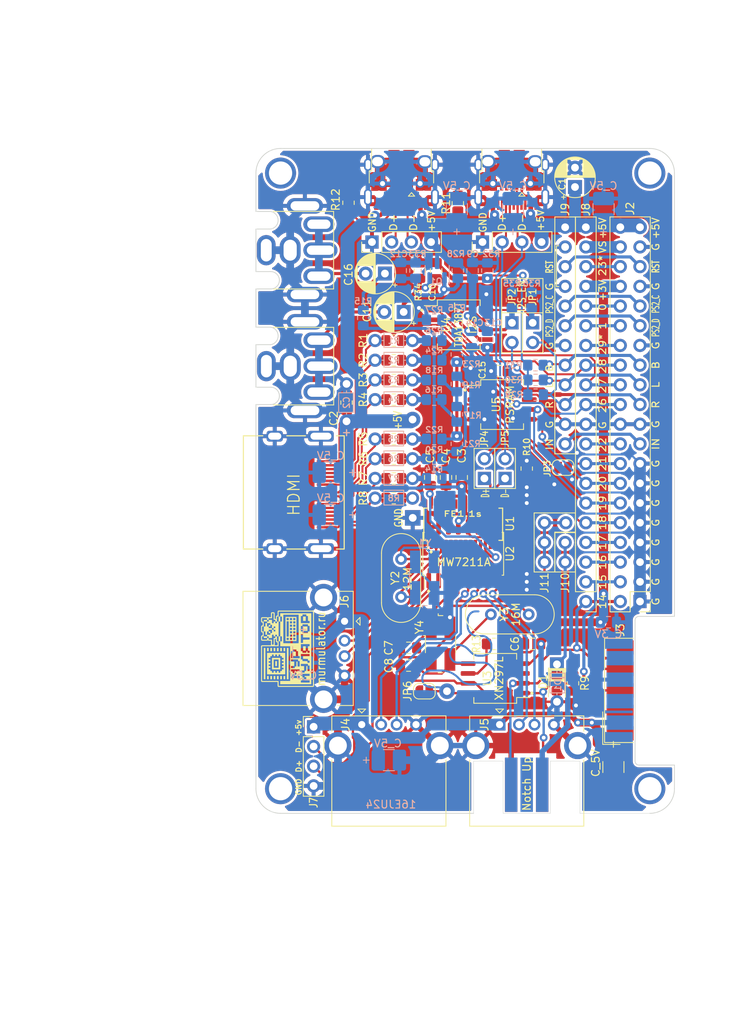
<source format=kicad_pcb>
(kicad_pcb (version 20240108) (generator "pcbnew") (generator_version "8.0")
  (layers (0 "F.Cu" signal) (31 "B.Cu" signal) (34 "B.Paste" user) (35 "F.Paste" user) (36 "B.SilkS" user "B.Silkscreen") (37 "F.SilkS" user "F.Silkscreen") (38 "B.Mask" user) (39 "F.Mask" user) (44 "Edge.Cuts" user))
  (net 0 "")
  (net 1 "/VGA_VS")
  (net 2 "GND")
  (net 3 "/VGA_HS")
  (net 4 "/VGA_RH")
  (net 5 "/VGA_RL")
  (net 6 "/VGA_GH")
  (net 7 "/VGA_GL")
  (net 8 "/VGA_BH")
  (net 9 "/VGA_BL")
  (net 14 "/+5V")
  (net 16 "Net-(C10-Pad1)")
  (net 17 "Net-(R14-Pad2)")
  (net 18 "Net-(R17-Pad1)")
  (net 19 "/GP_6")
  (net 20 "/GP_7")
  (net 21 "/GP_8")
  (net 22 "/GP_9")
  (net 23 "/GP_10")
  (net 24 "/GP_11")
  (net 25 "/GP_12")
  (net 26 "/GP_13")
  (net 27 "/GP_0")
  (net 28 "/GP_1")
  (net 29 "/GP_14")
  (net 30 "/GP_15")
  (net 31 "/GP_16")
  (net 32 "/GP_17")
  (net 33 "/GP_18")
  (net 34 "/GP_19")
  (net 35 "/GP_20")
  (net 36 "/GP_21")
  (net 37 "/GP_22")
  (net 38 "/GP_26")
  (net 39 "/GP_27")
  (net 40 "/GP_28")
  (net 41 "/GP_29_VREF")
  (net 42 "/+3V3")
  (net 43 "/+5V_in")
  (net 44 "/PS{slash}2_DATA_3V")
  (net 45 "/PS{slash}2_CLK_3V")
  (net 47 "/LOAD_IN_D")
  (net 50 "Net-(D1-Pad1)")
  (net 52 "/LEFT_OUT")
  (net 53 "/RIGHT_OUT")
  (net 54 "/BEEP_OUT")
  (net 55 "/J1_DATA")
  (net 56 "Net-(R11-Pad2)")
  (net 57 "Net-(R12-Pad2)")
  (net 59 "/D-")
  (net 60 "/D+")
  (net 63 "/inD-")
  (net 64 "/inD+")
  (net 65 "Net-(R19-Pad1)")
  (net 66 "Net-(R21-Pad1)")
  (net 70 "/U_3v3")
  (net 71 "Net-(C5-Pad2)")
  (net 72 "/R_U")
  (net 73 "Net-(U1-Pad2)")
  (net 74 "Net-(U1-Pad3)")
  (net 75 "/DM4")
  (net 76 "/DP4")
  (net 77 "/DM3")
  (net 78 "/DP3")
  (net 79 "/DM2")
  (net 80 "/DP2")
  (net 81 "/DM1")
  (net 82 "/DP1")
  (net 87 "/DM")
  (net 88 "/DP")
  (net 89 "/RST")
  (net 90 "/GP_23_3v3EN")
  (net 91 "Net-(J11-Pad1)")
  (net 92 "Net-(C7-Pad2)")
  (net 93 "Net-(C8-Pad2)")
  (net 94 "Net-(JP6-Pad1)")
  (net 95 "/ANT")
  (net 96 "Net-(R13-Pad1)")
  (net 97 "Net-(R23-Pad1)")
  (net 98 "Net-(R25-Pad1)")
  (net 99 "/CVBS")
  (net 100 "Net-(C10-Pad2)")
  (net 101 "Net-(C11-Pad1)")
  (net 102 "/L_OUT")
  (net 103 "/FLT")
  (net 104 "/I2S_R")
  (net 105 "/I2S_L")
  (net 106 "Net-(JP3-Pad1)")
  (net 109 "Net-(C16-Pad1)")
  (footprint "Resistor_SMD:R_0805_2012Metric_Pad1.20x1.40mm_HandSolder" (layer "F.Cu") (at 60.579 91.821)
    (property "Reference" "R13")
    (property "Value" "510")
  )
  (footprint "Package_SO:SO-8_5.3x6.2mm_P1.27mm" (layer "F.Cu") (at 61.595 60.96)
    (property "Reference" "U5")
    (property "Value" "ESP-PSRAM32")
  )
  (footprint "LIBS:R_0805_PLUS" (layer "F.Cu") (at 47.625 67.945)
    (property "Reference" "R6")
    (property "Value" "270R")
  )
  (footprint "Connector_PinSocket_2.54mm:PinSocket_1x01_P2.54mm_Vertical" (layer "F.Cu") (at 50.046413 62.888717)
    (property "Reference" "REF**" (hide yes))
    (property "Value" "PinSocket_1x01_P2.54mm_Vertical" (hide yes))
  )
  (footprint "LIBS:R_0805_PLUS" (layer "F.Cu") (at 47.625 70.485)
    (property "Reference" "R7")
    (property "Value" "270R")
  )
  (footprint "Capacitor_SMD:C_0805_2012Metric_Pad1.18x1.45mm_HandSolder" (layer "F.Cu") (at 52.324 70.358 -90)
    (property "Reference" "C5")
    (property "Value" "10u")
  )
  (footprint "Connector_PinHeader_2.54mm:PinHeader_1x02_P2.54mm_Vertical" (layer "F.Cu") (at 69.723 81.28 180)
    (property "Reference" "J10")
    (property "Value" "Conn_01x02" (hide yes))
  )
  (footprint "LIBS:R_0805_PLUS" (layer "F.Cu") (at 47.625 55.245)
    (property "Reference" "R2")
    (property "Value" "270R")
  )
  (footprint "Connector_PinHeader_2.54mm:PinHeader_1x03_P2.54mm_Vertical" (layer "F.Cu") (at 67.056 81.28 180)
    (property "Reference" "J11")
    (property "Value" "Conn_01x03" (hide yes))
  )
  (footprint "Connector_PinHeader_2.54mm:PinHeader_1x20_P2.54mm_Vertical" (layer "F.Cu") (at 72.39 86.36 180)
    (property "Reference" "J8")
    (property "Value" "Conn_01x20")
  )
  (footprint "Capacitor_THT:CP_Radial_D5.0mm_P2.50mm" (layer "F.Cu") (at 48.895 49.022 180)
    (property "Reference" "C11")
    (property "Value" "10u")
  )
  (footprint "Jumper:SolderJumper-2_P1.3mm_Open_RoundedPad1.0x1.5mm" (layer "F.Cu") (at 69.454 69.088)
    (property "Reference" "JP3")
    (property "Value" "B_J")
  )
  (footprint "LIBS:USB-TYPEC_MICRO_USBII" (layer "F.Cu") (at 48.610635 27.434506 180)
    (property "Reference" "USB2")
    (property "Value" "TYPE C and micro USB_power")
  )
  (footprint "Jumper:SolderJumper-2_P1.3mm_Open_RoundedPad1.0x1.5mm" (layer "F.Cu") (at 51.562 97.917 180)
    (property "Reference" "JP6")
    (property "Value" "SolderJumper_2_Open" (hide yes))
  )
  (footprint "LIBS:PinHeader_1x02_P2.54mm_Vertical" (layer "F.Cu") (at 65.532 50.419)
    (property "Reference" "JP1")
    (property "Value" "I2S_R")
  )
  (footprint "Connector_PinHeader_2.54mm:PinHeader_1x04_P2.54mm_Vertical" (layer "F.Cu") (at 37.284483 102.508257)
    (property "Reference" "J7")
    (property "Value" "Conn_01x04_Male")
  )
  (footprint "LIBS:PinHeader_1x02_P2.54mm_Vertical" (layer "F.Cu") (at 61.976 70.485 180)
    (property "Reference" "JP5")
    (property "Value" "Jumper_2_Open")
  )
  (footprint "Resistor_SMD:R_0805_2012Metric_Pad1.20x1.40mm_HandSolder" (layer "F.Cu") (at 41.783 34.941 -90)
    (property "Reference" "R12")
    (property "Value" "5.1k")
  )
  (footprint "Connector_PinHeader_2.54mm:PinHeader_2x20_P2.54mm_Vertical" (layer "F.Cu") (at 79.375 86.355 180)
    (property "Reference" "J2")
    (property "Value" "EXT")
  )
  (footprint "LIBS:HDMI" (layer "F.Cu") (at 38.227 72.2884 -90)
    (property "Reference" "CN1" (hide yes))
    (property "Value" "HDMI")
  )
  (footprint "LIBS:R_0805_PLUS" (layer "F.Cu") (at 68.664381 96.867757 -90)
    (property "Reference" "D1")
    (property "Value" "3V3")
  )
  (footprint "Connector_USB:USB_A_CONNFLY_DS1095-WNR0" (layer "F.Cu") (at 41.275 88.9 -90)
    (property "Reference" "J6")
    (property "Value" "USB_A")
  )
  (footprint "" (layer "F.Cu") (at 50.066639 75.569345)
    (property "Reference" "")
    (property "Value" "")
  )
  (footprint "LIBS:R_0805_PLUS" (layer "F.Cu") (at 47.625 52.705)
    (property "Reference" "R1")
    (property "Value" "270R")
  )
  (footprint "Resistor_SMD:R_0805_2012Metric_Pad1.20x1.40mm_HandSolder" (layer "F.Cu") (at 70.739 96.901 -90)
    (property "Reference" "R9")
    (property "Value" "1k")
  )
  (footprint "Connector_USB:USB_A_CONNFLY_DS1095-WNR0" (layer "F.Cu") (at 61.27 102.2225)
    (property "Reference" "J5")
    (property "Value" "USB_A")
  )
  (footprint "LIBS:USB-TYPEC_MICRO_USBII" (layer "F.Cu") (at 62.8396 27.432 180)
    (property "Reference" "USB1")
    (property "Value" "TYPE C and micro USB_data")
  )
  (footprint "LIBS:PinHeader_1x02_P2.54mm_Vertical" (layer "F.Cu") (at 59.309 70.485 180)
    (property "Reference" "JP4")
    (property "Value" "Jumper_2_Open")
  )
  (footprint "Capacitor_SMD:C_0805_2012Metric_Pad1.18x1.45mm_HandSolder" (layer "F.Cu") (at 49.53 94.615)
    (property "Reference" "C8")
    (property "Value" "20p")
  )
  (footprint "Capacitor_SMD:C_0805_2012Metric_Pad1.18x1.45mm_HandSolder" (layer "F.Cu") (at 65.532 91.821)
    (property "Reference" "C6")
    (property "Value" "10u")
  )
  (footprint "Package_SO:SO-16_5.3x10.2mm_P1.27mm" (layer "F.Cu") (at 56.5785 80.204 90)
    (property "Reference" "U2")
    (property "Value" "MW7211A")
  )
  (footprint "Crystal:Crystal_HC49-4H_Vertical" (layer "F.Cu") (at 65.024 88.011 180)
    (property "Reference" "Y3")
    (property "Value" "16MHz")
  )
  (footprint "LIBS:R_0805_PLUS" (layer "F.Cu") (at 41.529 60.706 90)
    (property "Reference" "C2")
    (property "Value" "0.1u")
  )
  (footprint "Crystal:Crystal_HC49-4H_Vertical" (layer "F.Cu") (at 48.5648 85.762 90)
    (property "Reference" "Y2")
    (property "Value" "12MHz")
  )
  (footprint "LIBS:AV_MOD_III-8.4-5" (layer "F.Cu") (at 34.858823 41.05723 90)
    (property "Reference" "J12" (hide yes))
    (property "Value" "VIDEO")
  )
  (footprint "Capacitor_THT:CP_Radial_D5.0mm_P2.50mm" (layer "F.Cu") (at 70.993 32.910226 90)
    (property "Reference" "C1")
    (property "Value" "470u")
  )
  (footprint "Capacitor_SMD:C_0805_2012Metric_Pad1.18x1.45mm_HandSolder" (layer "F.Cu") (at 53.086 43.688 -90)
    (property "Reference" "C10")
    (property "Value" "10u")
  )
  (footprint "Package_SO:SO-8_5.3x6.2mm_P1.27mm" (layer "F.Cu") (at 60.706 96.266 180)
    (property "Reference" "U3")
    (property "Value" "XN297L")
  )
  (footprint "Connector_PinHeader_2.54mm:PinHeader_1x04_P2.54mm_Vertical" (layer "F.Cu") (at 44.810635 40.005 90)
    (property "Reference" "USB" (hide yes))
    (property "Value" "PinHeader_1x04_P2.54mm_Vertical" (hide yes))
  )
  (footprint "" (layer "F.Cu") (at 54.483 97.917)
    (property "Reference" "")
    (property "Value" "")
  )
  (footprint "Capacitor_SMD:C_0805_2012Metric_Pad1.18x1.45mm_HandSolder" (layer "F.Cu") (at 61.214 56.642 180)
    (property "Reference" "C15")
    (property "Value" "0.1u")
  )
  (footprint "LIBS:AV_MOD_III-8.4-5" (layer "F.Cu") (at 34.873 56.007 90)
    (property "Reference" "J13" (hide yes))
    (property "Value" "AUDIO")
  )
  (footprint "Capacitor_SMD:C_0805_2012Metric_Pad1.18x1.45mm_HandSolder" (layer "F.Cu") (at 49.53 92.329)
    (property "Reference" "C7")
    (property "Value" "20p")
  )
  (footprint "Package_SO:SO-8_5.3x6.2mm_P1.27mm" (layer "F.Cu") (at 56.007 50.673)
    (property "Reference" "U4")
    (property "Value" "TDA1387T")
  )
  (footprint "Resistor_SMD:R_0805_2012Metric_Pad1.20x1.40mm_HandSolder" (layer "F.Cu") (at 64.77 69.215 90)
    (property "Reference" "R10")
    (property "Value" "2k7 1%")
  )
  (footprint "Connector_Dsub:DSUB-9_Male_EdgeMount_P2.77mm" (layer "F.Cu") (at 76.8067 97.8154 90)
    (property "Reference" "J3")
    (property "Value" "JOY-1")
  )
  (footprint "Capacitor_THT:CP_Radial_D5.0mm_P2.50mm" (layer "F.Cu") (at 46.482 44.069 180)
    (property "Reference" "C16")
    (property "Value" "220u")
  )
  (footprint "LIBS:R_0805_PLUS" (layer "F.Cu") (at 47.625 60.325)
    (property "Reference" "R4")
    (property "Value" "270R")
  )
  (footprint "Connector_PinHeader_2.54mm:PinHeader_1x04_P2.54mm_Vertical" (layer "F.Cu") (at 59.065 40.005 90)
    (property "Reference" "USB" (hide yes))
    (property "Value" "PinHeader_1x04_P2.54mm_Vertical" (hide yes))
  )
  (footprint "Connector_USB:USB_A_CONNFLY_DS1095-WNR0" (layer "F.Cu") (at 43.49 102.2225)
    (property "Reference" "J4")
    (property "Value" "USB_A")
  )
  (footprint "Capacitor_SMD:C_0805_2012Metric_Pad1.18x1.45mm_HandSolder" (layer "F.Cu") (at 56.388 70.358 -90)
    (property "Reference" "C3")
    (property "Value" "10u")
  )
  (footprint "Resistor_SMD:R_0805_2012Metric_Pad1.20x1.40mm_HandSolder" (layer "F.Cu") (at 50.982 43.688 -90)
    (property "Reference" "R34")
    (property "Value" "200")
  )
  (footprint "Connector_PinHeader_2.54mm:PinHeader_1x12_P2.54mm_Vertical" (layer "F.Cu") (at 69.723 66.04 180)
    (property "Reference" "J9")
    (property "Value" "Conn_01x12")
  )
  (footprint "LIBS:PinHeader_1x02_P2.54mm_Vertical" (layer "F.Cu") (at 62.865 50.419)
    (property "Reference" "JP2")
    (property "Value" "I2S_L")
  )
  (footprint "Capacitor_SMD:C_0805_2012Metric_Pad1.18x1.45mm_HandSolder" (layer "F.Cu") (at 54.356 70.358 -90)
    (property "Reference" "C4")
    (property "Value" "10u")
  )
  (footprint "Resistor_SMD:R_0805_2012Metric_Pad1.20x1.40mm_HandSolder" (layer "F.Cu") (at 55.88 35 -90)
    (property "Reference" "R11")
    (property "Value" "5.1k")
  )
  (footprint "LIBS:R_0805_PLUS" (layer "F.Cu") (at 47.625 57.785)
    (property "Reference" "R3")
    (property "Value" "270R")
  )
  (footprint "LIBS:R_0805_PLUS" (layer "F.Cu") (at 47.625 65.405)
    (property "Reference" "R5")
    (property "Value" "270R")
  )
  (footprint "Capacitor_SMD:C_1210_3225Metric_Pad1.33x2.70mm_HandSolder" (layer "F.Cu") (at 75.946 107.696 -90)
    (property "Reference" "C_5V")
    (property "Value" "C_1210_3225Metric_Pad1.33x2.70mm_HandSolder" (hide yes))
  )
  (footprint "Package_SO:SSOP-28_3.9x9.9mm_P0.635mm" (layer "F.Cu") (at 56.5785 76.394 90)
    (property "Reference" "U1")
    (property "Value" "FE1.1s")
  )
  (footprint "LOGO" (layer "F.Cu") (at 33.909 92.456 90)
    (property "Reference" "G***" (hide yes))
    (property "Value" "LOGO" (hide yes))
  )
  (footprint "LIBS:R_0805_PLUS" (layer "F.Cu") (at 47.625 73.025)
    (property "Reference" "R8")
    (property "Value" "270R")
  )
  (footprint "LIBS:Crystal_SMD_0603-4Pin_6.0x3.5mm" (layer "F.Cu") (at 53.655 91.854667 -90)
    (property "Reference" "Y4")
    (property "Value" "16MHz")
  )
  (footprint "Resistor_SMD:R_0805_2012Metric_Pad1.20x1.40mm_HandSolder" (layer "B.Cu") (at 55.753 58.309 -90)
    (property "Reference" "R19")
    (property "Value" "150R")
  )
  (footprint "Resistor_SMD:R_0805_2012Metric_Pad1.20x1.40mm_HandSolder" (layer "B.Cu") (at 52.832 50.038)
    (property "Reference" "R27")
    (property "Value" "300R")
  )
  (footprint "Capacitor_SMD:C_1210_3225Metric_Pad1.33x2.70mm_HandSolder" (layer "B.Cu") (at 46.99 106.807)
    (property "Reference" "C_5V")
    (property "Value" "C_1210_3225Metric_Pad1.33x2.70mm_HandSolder" (hide yes))
  )
  (footprint "Resistor_SMD:R_0805_2012Metric_Pad1.20x1.40mm_HandSolder" (layer "B.Cu") (at 52.832 65.405)
    (property "Reference" "R22")
    (property "Value" "270R")
  )
  (footprint "Capacitor_SMD:C_1210_3225Metric_Pad1.33x2.70mm_HandSolder" (layer "B.Cu") (at 39.37 69.723 180)
    (property "Reference" "C_5V")
    (property "Value" "C_1210_3225Metric_Pad1.33x2.70mm_HandSolder" (hide yes))
  )
  (footprint "Resistor_SMD:R_0805_2012Metric_Pad1.20x1.40mm_HandSolder" (layer "B.Cu") (at 65.405 47.498 -90)
    (property "Reference" "R36")
    (property "Value" "1k")
  )
  (footprint "Resistor_SMD:R_0805_2012Metric_Pad1.20x1.40mm_HandSolder" (layer "B.Cu") (at 65.913 57.785)
    (property "Reference" "R30")
    (property "Value" "10k")
  )
  (footprint "LIBS:Crystal_SMD_0603-4Pin_6.0x3.5mm" (layer "B.Cu") (at 64.764318 106.982 90)
    (property "Reference" "i2c" (hide yes))
    (property "Value" "")
  )
  (footprint "Capacitor_SMD:C_1210_3225Metric_Pad1.33x2.70mm_HandSolder" (layer "B.Cu") (at 62.992 35.7665 90)
    (property "Reference" "C_5V")
    (property "Value" "C_1210_3225Metric_Pad1.33x2.70mm_HandSolder" (hide yes))
  )
  (footprint "Resistor_SMD:R_0805_2012Metric_Pad1.20x1.40mm_HandSolder" (layer "B.Cu") (at 55.753 50.673 -90)
    (property "Reference" "R25")
    (property "Value" "150R")
  )
  (footprint "Resistor_SMD:R_0805_2012Metric_Pad1.20x1.40mm_HandSolder" (layer "B.Cu") (at 52.832 67.945)
    (property "Reference" "R20")
    (property "Value" "270R")
  )
  (footprint "LIBS:Crystal_SMD_0603-4Pin_6.0x3.5mm" (layer "B.Cu") (at 51.6128 83.2104 90)
    (property "Reference" "Y1")
    (property "Value" "12MHz")
  )
  (footprint "Resistor_SMD:R_0805_2012Metric_Pad1.20x1.40mm_HandSolder" (layer "B.Cu") (at 52.832 57.785)
    (property "Reference" "R18")
    (property "Value" "270R")
  )
  (footprint "Resistor_SMD:R_0805_2012Metric_Pad1.20x1.40mm_HandSolder" (layer "B.Cu") (at 62.865 47.498 -90)
    (property "Reference" "R35")
    (property "Value" "1k")
  )
  (footprint "Capacitor_SMD:C_0805_2012Metric_Pad1.18x1.45mm_HandSolder" (layer "B.Cu") (at 57.658 52.578 90)
    (property "Reference" "C14")
    (property "Value" "1u")
  )
  (footprint "Resistor_SMD:R_0805_2012Metric_Pad1.20x1.40mm_HandSolder" (layer "B.Cu") (at 59.69 43.688 -90)
    (property "Reference" "R32")
    (property "Value" "10k")
  )
  (footprint "Capacitor_SMD:C_1210_3225Metric_Pad1.33x2.70mm_HandSolder" (layer "B.Cu") (at 55.753 35.7665 90)
    (property "Reference" "C_5V")
    (property "Value" "C_1210_3225Metric_Pad1.33x2.70mm_HandSolder" (hide yes))
  )
  (footprint "Capacitor_SMD:C_0805_2012Metric_Pad1.18x1.45mm_HandSolder" (layer "B.Cu") (at 59.69 52.578 90)
    (property "Reference" "C13")
    (property "Value" "10u")
  )
  (footprint "Package_TO_SOT_SMD:SOT-23" (layer "B.Cu") (at 53.213 43.688 90)
    (property "Reference" "Q1")
    (property "Value" "BC850")
  )
  (footprint "Resistor_SMD:R_0805_2012Metric_Pad1.20x1.40mm_HandSolder" (layer "B.Cu") (at 43.688 49.784 90)
    (property "Reference" "R15")
    (property "Value" "51R*")
  )
  (footprint "Capacitor_SMD:C_1210_3225Metric_Pad1.33x2.70mm_HandSolder" (layer "B.Cu") (at 39.37 75.184 180)
    (property "Reference" "C_5V")
    (property "Value" "C_1210_3225Metric_Pad1.33x2.70mm_HandSolder" (hide yes))
  )
  (footprint "Resistor_SMD:R_0805_2012Metric_Pad1.20x1.40mm_HandSolder" (layer "B.Cu") (at 65.897 55.88)
    (property "Reference" "R31")
    (property "Value" "47k")
  )
  (footprint "Capacitor_SMD:C_0805_2012Metric_Pad1.18x1.45mm_HandSolder" (layer "B.Cu") (at 57.785 43.688 -90)
    (property "Reference" "C9")
    (property "Value" "10u")
  )
  (footprint "Resistor_SMD:R_0805_2012Metric_Pad1.20x1.40mm_HandSolder" (layer "B.Cu") (at 65.913 59.69)
    (property "Reference" "R29")
    (property "Value" "10k")
  )
  (footprint "Resistor_SMD:R_0805_2012Metric_Pad1.20x1.40mm_HandSolder" (layer "B.Cu") (at 52.832 60.325)
    (property "Reference" "R16")
    (property "Value" "270R")
  )
  (footprint "Resistor_SMD:R_0805_2012Metric_Pad1.20x1.40mm_HandSolder" (layer "B.Cu") (at 50.419 43.688 -90)
    (property "Reference" "R33")
    (property "Value" "20к")
  )
  (footprint "Capacitor_SMD:C_1210_3225Metric_Pad1.33x2.70mm_HandSolder" (layer "B.Cu") (at 35.941 92.8845 -90)
    (property "Reference" "C_5V")
    (property "Value" "C_1210_3225Metric_Pad1.33x2.70mm_HandSolder" (hide yes))
  )
  (footprint "Resistor_SMD:R_0805_2012Metric_Pad1.20x1.40mm_HandSolder" (layer "B.Cu") (at 55.753 66.024 -90)
    (property "Reference" "R21")
    (property "Value" "150R")
  )
  (footprint "Resistor_SMD:R_0805_2012Metric_Pad1.20x1.40mm_HandSolder" (layer "B.Cu") (at 55.753 62.214 -90)
    (property "Reference" "R17")
    (property "Value" "150R")
  )
  (footprint "Resistor_SMD:R_0805_2012Metric_Pad1.20x1.40mm_HandSolder" (layer "B.Cu") (at 55.88 43.688 -90)
    (property "Reference" "R28")
    (property "Value" "10k")
  )
  (footprint "Capacitor_SMD:C_0805_2012Metric_Pad1.18x1.45mm_HandSolder" (layer "B.Cu") (at 48.514 43.688 90)
    (property "Reference" "C12")
    (property "Value" "1n")
  )
  (footprint "Capacitor_SMD:C_1210_3225Metric_Pad1.33x2.70mm_HandSolder" (layer "B.Cu") (at 74.676 35.7665 90)
    (property "Reference" "C_5V")
    (property "Value" "C_1210_3225Metric_Pad1.33x2.70mm_HandSolder" (hide yes))
  )
  (footprint "Capacitor_SMD:C_0805_2012Metric_Pad1.18x1.45mm_HandSolder" (layer "B.Cu") (at 75.311 89.027 180)
    (property "Reference" "C_3V")
    (property "Value" "10u")
  )
  (footprint "Resistor_SMD:R_0805_2012Metric_Pad1.20x1.40mm_HandSolder" (layer "B.Cu") (at 52.832 52.705)
    (property "Reference" "R26")
    (property "Value" "270R")
  )
  (footprint "Resistor_SMD:R_0805_2012Metric_Pad1.20x1.40mm_HandSolder" (layer "B.Cu") (at 55.753 54.499 -90)
    (property "Reference" "R23")
    (property "Value" "150R")
  )
  (footprint "Resistor_SMD:R_0805_2012Metric_Pad1.20x1.40mm_HandSolder" (layer "B.Cu") (at 52.832 55.245)
    (property "Reference" "R24")
    (property "Value" "270R")
  )
  (footprint "Resistor_SMD:R_0805_2012Metric_Pad1.20x1.40mm_HandSolder" (layer "B.Cu") (at 52.832 70.485)
    (property "Reference" "R14")
    (property "Value" "750R*")
  )
  (gr_line (start 67.778759 96.121755) (end 69.683759 96.121755) (stroke (width 0.12)) (layer "B.SilkS"))
  (gr_line (start 69.063382 95.148687) (end 69.088 95.377) (stroke (width 0.12)) (layer "F.SilkS"))
  (gr_line (start 67.929381 96.640693) (end 67.917127 95.010984) (stroke (width 0.12)) (layer "F.SilkS"))
  (gr_rect (start 61.535 44.704) (end 66.862 54.289) (stroke (width 0.12)) (fill none) (layer "F.SilkS"))
  (gr_line (start 69.401763 95.004444) (end 67.917127 95.010984) (stroke (width 0.12)) (layer "F.SilkS"))
  (gr_line (start 67.902381 95.232757) (end 67.917127 95.010984) (stroke (width 0.12)) (layer "F.SilkS"))
  (gr_line (start 68.6054 40.4876) (end 68.8848 40.4876) (stroke (width 0.12)) (layer "F.SilkS"))
  (gr_line (start 67.902381 95.105757) (end 69.426381 95.105757) (stroke (width 0.12)) (layer "F.SilkS"))
  (gr_line (start 69.399381 96.640693) (end 69.401763 95.004444) (stroke (width 0.12)) (layer "F.SilkS"))
  (gr_line (start 68.6054 45.7454) (end 68.9102 45.7454) (stroke (width 0.12)) (layer "F.SilkS"))
  (gr_line (start 67.902381 95.232757) (end 69.426381 95.232757) (stroke (width 0.12)) (layer "F.SilkS"))
  (gr_line (start 69.426381 95.169257) (end 67.902381 95.105757) (stroke (width 0.12)) (layer "F.SilkS"))
  (gr_line (start 68.6054 40.513) (end 68.6054 45.7454) (stroke (width 0.12)) (layer "F.SilkS"))
  (gr_line (start 29.845 50.9778) (end 29.845 46.0502) (stroke (width 0.1)) (layer "Edge.Cuts"))
  (gr_line (start 29.845 46.0502) (end 31.75 46.0502) (stroke (width 0.1)) (layer "Edge.Cuts"))
  (gr_arc (start 31.75 50.9778) (mid 32.706659 52.1081) (end 31.75 53.2384) (stroke (width 0.1)) (layer "Edge.Cuts"))
  (gr_line (start 80.645 113.665) (end 71.628 113.665) (stroke (width 0.05)) (layer "Edge.Cuts"))
  (gr_line (start 67.818 113.665502) (end 61.722 113.665502) (stroke (width 0.05)) (layer "Edge.Cuts"))
  (gr_line (start 29.845 58.7248) (end 29.845 53.2384) (stroke (width 0.1)) (layer "Edge.Cuts"))
  (gr_arc (start 31.75 58.7248) (mid 32.8676 59.8424) (end 31.75 60.96) (stroke (width 0.1)) (layer "Edge.Cuts"))
  (gr_line (start 67.818 106.934) (end 67.818 113.665502) (stroke (width 0.05)) (layer "Edge.Cuts"))
  (gr_line (start 29.845 38.3286) (end 31.75 38.3286) (stroke (width 0.1)) (layer "Edge.Cuts"))
  (gr_line (start 61.722 106.934) (end 57.912 106.934) (stroke (width 0.05)) (layer "Edge.Cuts"))
  (gr_line (start 31.75 58.7248) (end 29.845 58.7248) (stroke (width 0.1)) (layer "Edge.Cuts"))
  (gr_line (start 33.02 27.94) (end 80.645 27.94) (stroke (width 0.1)) (layer "Edge.Cuts"))
  (gr_line (start 57.912 106.934) (end 57.912 113.665) (stroke (width 0.05)) (layer "Edge.Cuts"))
  (gr_line (start 31.75 50.9778) (end 29.845 50.9778) (stroke (width 0.1)) (layer "Edge.Cuts"))
  (gr_arc (start 31.75 43.815) (mid 32.8676 44.9326) (end 31.75 46.0502) (stroke (width 0.1)) (layer "Edge.Cuts"))
  (gr_arc (start 31.75 36.068) (mid 32.706659 37.1983) (end 31.75 38.3286) (stroke (width 0.1)) (layer "Edge.Cuts"))
  (gr_arc (start 33.02 113.665) (mid 30.774936 112.735064) (end 29.845 110.49) (stroke (width 0.1)) (layer "Edge.Cuts"))
  (gr_line (start 29.845 60.96) (end 31.75 60.96) (stroke (width 0.1)) (layer "Edge.Cuts"))
  (gr_line (start 29.845 110.49) (end 29.845 60.96) (stroke (width 0.1)) (layer "Edge.Cuts"))
  (gr_line (start 71.628 106.934) (end 67.818 106.934) (stroke (width 0.05)) (layer "Edge.Cuts"))
  (gr_arc (start 78.74 88.773) (mid 78.88879 88.41379) (end 79.248 88.265) (stroke (width 0.1)) (layer "Edge.Cuts"))
  (gr_line (start 29.845 43.815) (end 29.845 38.3286) (stroke (width 0.1)) (layer "Edge.Cuts"))
  (gr_line (start 61.722 113.665502) (end 61.722 106.934) (stroke (width 0.05)) (layer "Edge.Cuts"))
  (gr_arc (start 79.248 107.442) (mid 78.88879 107.29321) (end 78.74 106.934) (stroke (width 0.1)) (layer "Edge.Cuts"))
  (gr_line (start 83.82 107.442) (end 79.248 107.442) (stroke (width 0.1)) (layer "Edge.Cuts"))
  (gr_line (start 78.74 106.934) (end 78.74 88.773) (stroke (width 0.1)) (layer "Edge.Cuts"))
  (gr_line (start 57.912 113.665) (end 33.02 113.665) (stroke (width 0.1)) (layer "Edge.Cuts"))
  (gr_line (start 29.845 53.2384) (end 31.75 53.2384) (stroke (width 0.1)) (layer "Edge.Cuts"))
  (gr_arc (start 29.845 31.115) (mid 30.774936 28.869936) (end 33.02 27.94) (stroke (width 0.1)) (layer "Edge.Cuts"))
  (gr_line (start 83.82 31.115) (end 83.82 88.265) (stroke (width 0.1)) (layer "Edge.Cuts"))
  (gr_line (start 31.75 43.815) (end 29.845 43.815) (stroke (width 0.1)) (layer "Edge.Cuts"))
  (gr_line (start 31.75 36.068) (end 29.845 36.068) (stroke (width 0.1)) (layer "Edge.Cuts"))
  (gr_line (start 83.82 107.442) (end 83.82 110.49) (stroke (width 0.1)) (layer "Edge.Cuts"))
  (gr_line (start 71.628 113.665) (end 71.628 106.934) (stroke (width 0.05)) (layer "Edge.Cuts"))
  (gr_arc (start 80.645 27.94) (mid 82.890064 28.869936) (end 83.82 31.115) (stroke (width 0.1)) (layer "Edge.Cuts"))
  (gr_line (start 79.248 88.265) (end 83.82 88.265) (stroke (width 0.1)) (layer "Edge.Cuts"))
  (gr_line (start 29.845 36.068) (end 29.845 31.115) (stroke (width 0.1)) (layer "Edge.Cuts"))
  (gr_arc (start 83.82 110.49) (mid 82.890064 112.735064) (end 80.645 113.665) (stroke (width 0.1)) (layer "Edge.Cuts"))
  (gr_text "+" (at 41.529 64.516 0) (layer "B.SilkS") (effects (font (size 1 1)) (justify mirror)))
  (gr_text "16EJU24" (at 47.244 112.522 0) (layer "B.SilkS") (effects (font (size 1 1)) (justify mirror)))
  (gr_text "R" (at 67.716356 60.998473 90) (layer "F.SilkS") (effects (font (size 0.9 1))))
  (gr_text "G" (at 81.407 45.72 90) (layer "F.SilkS") (effects (font (size 0.9 1))))
  (gr_text "I2S_EN" (at 64.135 46.99 90) (layer "F.SilkS") (effects (font (size 1 0.8))))
  (gr_text "XN297L" (at 61.214 96.266 90) (layer "F.SilkS") (effects (font (size 1 1))))
  (gr_text "GND" (at 35.362962 110.257793 90) (layer "F.SilkS") (effects (font (size 0.7 0.7))))
  (gr_text "+3V" (at 74.549 46.228 90) (layer "F.SilkS") (effects (font (size 0.9 0.9))))
  (gr_text "G" (at 81.407 73.66 90) (layer "F.SilkS") (effects (font (size 0.9 1))))
  (gr_text "PS2_C" (at 67.716356 48.044473 90) (layer "F.SilkS") (effects (font (size 0.9 0.5) (thickness 0.125))))
  (gr_text "16" (at 74.549 81.28 90) (layer "F.SilkS") (effects (font (size 0.9 1))))
  (gr_text "G" (at 81.407 76.2 90) (layer "F.SilkS") (effects (font (size 0.9 1))))
  (gr_text "." (at 56.810583 57.851101 0) (layer "F.SilkS") (effects (font (size 3 3))))
  (gr_text "+5V" (at 74.549 38.227 90) (layer "F.SilkS") (effects (font (size 0.9 0.9))))
  (gr_text "I2S" (at 57.785 50.673 90) (layer "F.SilkS") (effects (font (size 1 1))))
  (gr_text "+5V" (at 52.473301 37.325103 90) (layer "F.SilkS") (effects (font (size 0.9 0.9))))
  (gr_text "D-" (at 61.976 72.39 90) (layer "F.SilkS") (effects (font (size 1 0.5) (thickness 0.125))))
  (gr_text "murmulator.ru" (at 38.227 92.456 90) (layer "F.SilkS") (effects (font (size 1.1 0.9))))
  (gr_text "D+" (at 59.436 72.39 90) (layer "F.SilkS") (effects (font (size 1 0.5) (thickness 0.125))))
  (gr_text "RST" (at 81.407 43.18 90) (layer "F.SilkS") (effects (font (size 0.9 0.6))))
  (gr_text "L" (at 81.407 58.42 90) (layer "F.SilkS") (effects (font (size 0.9 1))))
  (gr_text "+5V" (at 66.548 37.211 90) (layer "F.SilkS") (effects (font (size 0.9 0.9))))
  (gr_text "D-" (at 50.165 37.465 90) (layer "F.SilkS") (effects (font (size 0.9 1))))
  (gr_text "+5V" (at 48.133 62.992 90) (layer "F.SilkS") (effects (font (size 1 0.8))))
  (gr_text "PS2_C" (at 81.407 48.006 90) (layer "F.SilkS") (effects (font (size 0.9 0.5) (thickness 0.125))))
  (gr_text "G" (at 67.716356 63.538473 90) (layer "F.SilkS") (effects (font (size 0.9 1))))
  (gr_text "G" (at 67.716356 53.378473 90) (layer "F.SilkS") (effects (font (size 0.9 1))))
  (gr_text "G" (at 81.407 53.34 90) (layer "F.SilkS") (effects (font (size 0.9 1))))
  (gr_text "VS" (at 74.549 40.64 90) (layer "F.SilkS") (effects (font (size 0.9 0.9))))
  (gr_text "22" (at 74.549 66.167 90) (layer "F.SilkS") (effects (font (size 0.9 1))))
  (gr_text "D+" (at 61.595 37.465 90) (layer "F.SilkS") (effects (font (size 0.9 1))))
  (gr_text "16M" (at 63.373 88.011 90) (layer "F.SilkS") (effects (font (size 1 1))))
  (gr_text "." (at 52.433729 78.726892 0) (layer "F.SilkS") (effects (font (size 3 3))))
  (gr_text "IN" (at 67.716356 66.078473 90) (layer "F.SilkS") (effects (font (size 0.9 1))))
  (gr_text "G" (at 81.407 71.12 90) (layer "F.SilkS") (effects (font (size 0.9 1))))
  (gr_text "TDA1387T" (at 56.007 50.673 90) (layer "F.SilkS") (effects (font (size 1 0.8))))
  (gr_text "G" (at 81.407 83.82 90) (layer "F.SilkS") (effects (font (size 0.9 1))))
  (gr_text "G" (at 81.407 63.5 90) (layer "F.SilkS") (effects (font (size 0.9 1))))
  (gr_text "G" (at 81.407 40.64 90) (layer "F.SilkS") (effects (font (size 0.9 1))))
  (gr_text "G" (at 81.407 81.28 90) (layer "F.SilkS") (effects (font (size 0.9 1))))
  (gr_text "GND" (at 48.26 75.565 90) (layer "F.SilkS") (effects (font (size 1 0.8))))
  (gr_text "." (at 52.118831 83.786499 0) (layer "F.SilkS") (effects (font (size 3 3))))
  (gr_text "IN" (at 81.407 66.04 90) (layer "F.SilkS") (effects (font (size 0.9 1))))
  (gr_text "23*" (at 74.549 43.053 90) (layer "F.SilkS") (effects (font (size 0.9 1))))
  (gr_text "L" (at 67.716356 58.458473 90) (layer "F.SilkS") (effects (font (size 0.9 1))))
  (gr_text "19" (at 74.549 73.66 90) (layer "F.SilkS") (effects (font (size 0.9 1))))
  (gr_text "15" (at 74.549 83.82 90) (layer "F.SilkS") (effects (font (size 0.9 1))))
  (gr_text "17" (at 74.549 78.74 90) (layer "F.SilkS") (effects (font (size 0.9 1))))
  (gr_text "PSRAM" (at 62.611 60.96 90) (layer "F.SilkS") (effects (font (size 1 1))))
  (gr_text "G" (at 81.407 86.36 90) (layer "F.SilkS") (effects (font (size 0.9 1))))
  (gr_text "PS2_D" (at 81.407 51.054 90) (layer "F.SilkS") (effects (font (size 0.9 0.5) (thickness 0.125))))
  (gr_text "28" (at 74.549 56.007 90) (layer "F.SilkS") (effects (font (size 0.9 1))))
  (gr_text "21" (at 74.549 68.58 90) (layer "F.SilkS") (effects (font (size 0.9 1))))
  (gr_text "+" (at 41.529 64.516 0) (layer "F.SilkS") (effects (font (size 1 1))))
  (gr_text "B" (at 67.716356 56.261 90) (layer "F.SilkS") (effects (font (size 0.9 1))))
  (gr_text "+5V" (at 81.407 38.227 90) (layer "F.SilkS") (effects (font (size 0.9 0.9))))
  (gr_text "0" (at 74.549 48.387 90) (layer "F.SilkS") (effects (font (size 0.9 1))))
  (gr_text "FE1.1s" (at 56.515 75.057 0) (layer "F.SilkS") (effects (font (size 0.7 1))))
  (gr_text "B" (at 81.407 55.88 90) (layer "F.SilkS") (effects (font (size 0.9 1))))
  (gr_text "D-" (at 35.378064 105.077752 90) (layer "F.SilkS") (effects (font (size 0.7 0.7))))
  (gr_text "GND" (at 59.118391 37.465 90) (layer "F.SilkS") (effects (font (size 0.9 0.85))))
  (gr_text "." (at 65.436323 96.930146 0) (layer "F.SilkS") (effects (font (size 3 3))))
  (gr_text "G" (at 81.407 78.74 90) (layer "F.SilkS") (effects (font (size 0.9 1))))
  (gr_text "D-" (at 64.175 37.465 90) (layer "F.SilkS") (effects (font (size 0.9 1))))
  (gr_text "G" (at 67.716356 45.758473 90) (layer "F.SilkS") (effects (font (size 0.9 1))))
  (gr_text "D+" (at 35.378064 107.599813 90) (layer "F.SilkS") (effects (font (size 0.7 0.7))))
  (gr_text "26" (at 74.549 61.087 90) (layer "F.SilkS") (effects (font (size 0.9 1))))
  (gr_text "Notch Up" (at 64.77 109.855 90) (layer "F.SilkS") (effects (font (size 1 1))))
  (gr_text "27" (at 74.549 58.547 90) (layer "F.SilkS") (effects (font (size 0.9 1))))
  (gr_text "RST" (at 67.716356 43.218473 90) (layer "F.SilkS") (effects (font (size 0.9 0.6))))
  (gr_text "R" (at 81.407 60.96 90) (layer "F.SilkS") (effects (font (size 0.9 1))))
  (gr_text "29*" (at 74.549 53.213 90) (layer "F.SilkS") (effects (font (size 0.9 1))))
  (gr_text "PS2_D" (at 67.716356 51.092473 90) (layer "F.SilkS") (effects (font (size 0.9 0.5) (thickness 0.125))))
  (gr_text "GND" (at 44.850019 37.430025 90) (layer "F.SilkS") (effects (font (size 0.9 0.85))))
  (gr_text "20" (at 74.549 71.12 90) (layer "F.SilkS") (effects (font (size 0.9 1))))
  (gr_text "G" (at 74.549 63.627 90) (layer "F.SilkS") (effects (font (size 0.9 1))))
  (gr_text "MW7211A" (at 56.642 81.28 0) (layer "F.SilkS") (effects (font (size 1 1))))
  (gr_text "+5v" (at 35.34786 102.646304 90) (layer "F.SilkS") (effects (font (size 0.7 0.7))))
  (gr_text "12M" (at 49.403 83.439 90) (layer "F.SilkS") (effects (font (size 1 1))))
  (gr_text "1" (at 74.549 50.8 90) (layer "F.SilkS") (effects (font (size 0.9 1))))
  (gr_text "." (at 51.233715 47.552016 0) (layer "F.SilkS") (effects (font (size 3 3))))
  (gr_text "D+" (at 47.585 37.465 90) (layer "F.SilkS") (effects (font (size 0.9 1))))
  (gr_text "G" (at 81.407 68.58 90) (layer "F.SilkS") (effects (font (size 0.9 1))))
  (gr_text "18" (at 74.549 76.2 90) (layer "F.SilkS") (effects (font (size 0.9 1))))
  (gr_text "14" (at 74.549 86.36 90) (layer "F.SilkS") (effects (font (size 0.9 1))))
  (gr_text "HDMI " (at 34.727 72.009 90) (layer "F.SilkS") (effects (font (size 1.5 1.5))))
  (via (at 33.02 110.49) (size 4) (drill 3) (layers "F.Cu" "B.Cu") (net 0))
  (via (at 33.02 31.115) (size 4) (drill 3) (layers "F.Cu" "B.Cu") (net 0))
  (via (at 80.645 110.49) (size 4) (drill 3) (layers "F.Cu" "B.Cu") (net 0))
  (via (at 80.645 31.115) (size 4) (drill 3) (layers "F.Cu" "B.Cu") (net 0))
  (segment (start 40.694 76.527) (end 43.114053 76.527) (width 0.254) (layer "F.Cu") (net 1))
  (segment (start 40.4326 76.7884) (end 40.694 76.527) (width 0.254) (layer "F.Cu") (net 1))
  (segment (start 44.489 75.152052) (end 44.489 73.748) (width 0.254) (layer "F.Cu") (net 1))
  (segment (start 43.114053 76.527) (end 44.489 75.152052) (width 0.254) (layer "F.Cu") (net 1))
  (segment (start 38.987 76.7884) (end 40.4326 76.7884) (width 0.254) (layer "F.Cu") (net 1))
  (segment (start 44.489 73.748) (end 45.212 73.025) (width 0.254) (layer "F.Cu") (net 1))
  (segment (start 55.559648 53.912002) (end 57.531 55.883354) (width 0.6) (layer "F.Cu") (net 2))
  (segment (start 38.227 78.5462) (end 38.227 79.5384) (width 0.3) (layer "F.Cu") (net 2))
  (segment (start 53.856 50.681) (end 59.563 56.388) (width 0.254) (layer "F.Cu") (net 2))
  (segment (start 58.2 100.991514) (end 58.2 104.9325) (width 0.4) (layer "F.Cu") (net 2))
  (segment (start 56.092 34.212) (end 55.88 34) (width 0.5) (layer "F.Cu") (net 2))
  (segment (start 37.2444 71.7884) (end 37.2444 73.2456) (width 0.3) (layer "F.Cu") (net 2))
  (segment (start 51.835635 35.129506) (end 51.835635 34.444816) (width 0.5) (layer "F.Cu") (net 2))
  (segment (start 45.85898 30.899012) (end 46.13698 30.899012) (width 0.6) (layer "F.Cu") (net 2))
  (segment (start 52.1335 75.89119) (end 52.1335 76.7415) (width 0.3) (layer "F.Cu") (net 2))
  (segment (start 71.34 104.9325) (end 75.47 109.0625) (width 0.4) (layer "F.Cu") (net 2))
  (segment (start 52.065945 34.214506) (end 52.930635 34.214506) (width 0.5) (layer "F.Cu") (net 2))
  (segment (start 48.4925 93.4935) (end 48.4925 94.615) (width 0.3) (layer "F.Cu") (net 2))
  (segment (start 66.895 54.136) (end 67.691 53.34) (width 0.254) (layer "F.Cu") (net 2))
  (segment (start 52.2605 78.0415) (end 52.1335 77.9145) (width 0.3) (layer "F.Cu") (net 2))
  (segment (start 52.451 93.058667) (end 52.451 93.823167) (width 0.3) (layer "F.Cu") (net 2))
  (segment (start 53.4035 76.7415) (end 52.1335 76.7415) (width 0.3) (layer "F.Cu") (net 2))
  (segment (start 51.08098 30.899012) (end 49.56898 29.387012) (width 0.6) (layer "F.Cu") (net 2))
  (segment (start 55.419 96.567) (end 55.753 96.901) (width 0.3) (layer "F.Cu") (net 2))
  (segment (start 52.167833 93.54) (end 48.539 93.54) (width 0.3) (layer "F.Cu") (net 2))
  (segment (start 71.34 104.9325) (end 70.98 104.9325) (width 0.7) (layer "F.Cu") (net 2))
  (segment (start 50.864951 50.610951) (end 50.864951 51.464479) (width 0.5) (layer "F.Cu") (net 2))
  (segment (start 48.4925 92.329) (end 48.4925 93.4935) (width 0.3) (layer "F.Cu") (net 2))
  (segment (start 66.29491 34.212) (end 67.1596 34.212) (width 0.5) (layer "F.Cu") (net 2))
  (segment (start 59.69 53.594) (end 60.232 54.136) (width 0.254) (layer "F.Cu") (net 2))
  (segment (start 57.531 55.883354) (end 57.531 56.261) (width 0.6) (layer "F.Cu") (net 2))
  (segment (start 59.910757 98.645757) (end 59.910757 99.280757) (width 0.3) (layer "F.Cu") (net 2))
  (segment (start 41.275 98.679) (end 40.984 98.97) (width 1) (layer "F.Cu") (net 2))
  (segment (start 41.783 33.941) (end 41.783 32.512) (width 0.254) (layer "F.Cu") (net 2))
  (segment (start 54.859 89.822667) (end 54.859 90.650667) (width 0.3) (layer "F.Cu") (net 2))
  (segment (start 46.697988 30.899012) (end 45.85898 30.899012) (width 0.4) (layer "F.Cu") (net 2))
  (segment (start 52.451 78.994) (end 52.451 78.232) (width 0.3) (layer "F.Cu") (net 2))
  (segment (start 60.741506 30.896506) (end 60.087945 30.896506) (width 0.4) (layer "F.Cu") (net 2))
  (segment (start 41.275 95.9) (end 41.275 98.679) (width 1) (layer "F.Cu") (net 2))
  (segment (start 38.987 71.7884) (end 37.2444 71.7884) (width 0.3) (layer "F.Cu") (net 2))
  (segment (start 70.98 104.9325) (end 68.27 102.2225) (width 0.7) (layer "F.Cu") (net 2))
  (segment (start 50.864951 51.464479) (end 51.978472 52.578) (width 0.5) (layer "F.Cu") (net 2))
  (segment (start 60.232 54.136) (end 66.895 54.136) (width 0.254) (layer "F.Cu") (net 2))
  (segment (start 52.1335 77.9145) (end 52.1335 76.7415) (width 0.3) (layer "F.Cu") (net 2))
  (segment (start 51.45898 31.437012) (end 51.55898 31.337012) (width 0.5) (layer "F.Cu") (net 2))
  (segment (start 37.3766 76.2884) (end 37.2444 76.4206) (width 0.3) (layer "F.Cu") (net 2))
  (segment (start 46.701958 30.895042) (end 46.697988 30.899012) (width 0.4) (layer "F.Cu") (net 2))
  (segment (start 51.33898 30.899012) (end 51.08098 30.899012) (width 0.6) (layer "F.Cu") (net 2))
  (segment (start 69.723 63.5) (end 69.723 63.32842) (width 0.254) (layer "F.Cu") (net 2))
  (segment (start 54.859 90.650667) (end 52.451 93.058667) (width 0.3) (layer "F.Cu") (net 2))
  (segment (start 46.13698 30.899012) (end 47.64898 29.387012) (width 0.6) (layer "F.Cu") (net 2))
  (segment (start 60.417945 31.914506) (end 59.837945 31.334506) (width 0.254) (layer "F.Cu") (net 2))
  (segment (start 55.753 96.901) (end 57.206 96.901) (width 0.3) (layer "F.Cu") (net 2))
  (segment (start 50.864951 50.610951) (end 50.935 50.681) (width 0.254) (layer "F.Cu") (net 2))
  (segment (start 37.2566 68.7884) (end 37.2444 68.8006) (width 0.3) (layer "F.Cu") (net 2))
  (segment (start 55.419 96.567) (end 48.594 96.567) (width 0.3) (layer "F.Cu") (net 2))
  (segment (start 68.326 71.247) (end 67.977 70.898) (width 0.254) (layer "F.Cu") (net 2))
  (segment (start 53.56 104.9325) (end 53.2 104.9325) (width 0.7) (layer "F.Cu") (net 2))
  (segment (start 50.864951 48.505727) (end 50.864951 50.610951) (width 0.5) (layer "F.Cu") (net 2))
  (segment (start 61.537945 31.692945) (end 60.741506 30.896506) (width 0.4) (layer "F.Cu") (net 2))
  (segment (start 45.70898 32.657012) (end 45.70898 31.437012) (width 0.5) (layer "F.Cu") (net 2))
  (segment (start 68.664381 99.280757) (end 70.636301 99.280757) (width 0.4) (layer "F.Cu") (net 2))
  (segment (start 63.2165 59.682) (end 60.1765 56.642) (width 0.254) (layer "F.Cu") (net 2))
  (segment (start 59.910757 99.280757) (end 58.2 100.991514) (width 0.4) (layer "F.Cu") (net 2))
  (segment (start 37.2444 76.4206) (end 37.2444 77.5636) (width 0.3) (layer "F.Cu") (net 2))
  (segment (start 61.8795 104.9325) (end 62.764318 105.817318) (width 0.7) (layer "F.Cu") (net 2))
  (segment (start 40.984 98.97) (end 38.565 98.97) (width 1) (layer "F.Cu") (net 2))
  (segment (start 41.783 33.941) (end 42.056506 34.214506) (width 0.254) (layer "F.Cu") (net 2))
  (segment (start 69.723 63.32842) (end 66.07658 59.682) (width 0.254) (layer "F.Cu") (net 2))
  (segment (start 37.2444 67.1496) (end 38.227 66.167) (width 0.3) (layer "F.Cu") (net 2))
  (segment (start 64.4945 91.821) (end 63.809598 91.821) (width 0.3) (layer "F.Cu") (net 2))
  (segment (start 60.087945 30.896506) (end 60.365945 30.896506) (width 0.6) (layer "F.Cu") (net 2))
  (segment (start 41.275 98.679) (end 41.275 101.092) (width 1) (layer "F.Cu") (net 2))
  (segment (start 65.309945 30.896506) (end 63.797945 29.384506) (width 0.6) (layer "F.Cu") (net 2))
  (segment (start 59.6146 37.4134) (end 59.6146 35.127) (width 0.5) (layer "F.Cu") (net 2))
  (segment (start 41.275 101.092) (end 40.42 101.947) (width 1) (layer "F.Cu") (net 2))
  (segment (start 59.065 37.963) (end 59.6146 37.4134) (width 0.5) (layer "F.Cu") (net 2))
  (segment (start 51.45898 32.637012) (end 51.45898 31.437012) (width 0.5) (layer "F.Cu") (net 2))
  (segment (start 36.576 32.004) (end 36.158823 32.421177) (width 0.254) (layer "F.Cu") (net 2))
  (segment (start 59.065 40.005) (end 59.065 37.963) (width 0.5) (layer "F.Cu") (net 2))
  (segment (start 62.764318 105.817318) (end 62.764318 109.982) (width 0.7) (layer "F.Cu") (net 2))
  (segment (start 51.811655 75.569345) (end 52.1335 75.89119) (width 0.3) (layer "F.Cu") (net 2))
  (segment (start 38.227 66.167) (end 38.227 65.0384) (width 0.3) (layer "F.Cu") (net 2))
  (segment (start 50.066639 75.569345) (end 51.811655 75.569345) (width 0.3) (layer "F.Cu") (net 2))
  (segment (start 48.4925 96.4655) (end 48.4925 94.615) (width 0.3) (layer "F.Cu") (net 2))
  (segment (start 38.987 74.7884) (end 37.3234 74.7884) (width 0.3) (layer "F.Cu") (net 2))
  (segment (start 61.877945 29.384506) (end 63.797945 29.384506) (width 0.6) (layer "F.Cu") (net 2))
  (segment (start 61.537945 32.534506) (end 61.537945 31.692945) (width 0.4) (layer "F.Cu") (net 2))
  (segment (start 67.977 69.12) (end 62.992 64.135) (width 0.254) (layer "F.Cu") (net 2))
  (segment (start 47.64898 29.387012) (end 49.56898 29.387012) (width 0.6) (layer "F.Cu") (net 2))
  (segment (start 45.70898 31.437012) (end 45.60898 31.337012) (width 0.5) (layer "F.Cu") (net 2))
  (segment (start 37.2872 73.2884) (end 37.2444 73.2456) (width 0.3) (layer "F.Cu") (net 2))
  (segment (start 50.935 50.681) (end 53.856 50.681) (width 0.254) (layer "F.Cu") (net 2))
  (segment (start 52.451 78.232) (end 52.2605 78.0415) (width 0.3) (layer "F.Cu") (net 2))
  (segment (start 51.308 69.3205) (end 52.324 69.3205) (width 0.254) (layer "F.Cu") (net 2))
  (segment (start 38.987 76.2884) (end 37.3766 76.2884) (width 0.3) (layer "F.Cu") (net 2))
  (segment (start 40.42 101.947) (end 40.42 104.9325) (width 1) (layer "F.Cu") (net 2))
  (segment (start 37.2444 68.8006) (end 37.2444 67.1496) (width 0.3) (layer "F.Cu") (net 2))
  (segment (start 51.249 69.3795) (end 51.249 73.855) (width 0.3) (layer "F.Cu") (net 2))
  (segment (start 51.811655 75.569345) (end 51.811655 74.417655) (width 0.3) (layer "F.Cu") (net 2))
  (segment (start 37.2444 71.7884) (end 37.2444 68.8006) (width 0.3) (layer "F.Cu") (net 2))
  (segment (start 63.809598 91.821) (end 62.136243 93.494355) (width 0.3) (layer "F.Cu") (net 2))
  (segment (start 58.2 104.9325) (end 61.8795 104.9325) (width 0.7) (layer "F.Cu") (net 2))
  (segment (start 53.2 104.9325) (end 50.49 102.2225) (width 0.7) (layer "F.Cu") (net 2))
  (segment (start 51.811655 74.417655) (end 51.249 73.855) (width 0.3) (layer "F.Cu") (net 2))
  (segment (start 60.417945 32.654506) (end 60.417945 31.914506) (width 0.254) (layer "F.Cu") (net 2))
  (segment (start 67.977 70.898) (end 67.977 69.12) (width 0.254) (layer "F.Cu") (net 2))
  (segment (start 75.47 109.0625) (end 75.946 109.0625) (width 0.4) (layer "F.Cu") (net 2))
  (segment (start 66.07658 59.682) (end 63.2165 59.682) (width 0.254) (layer "F.Cu") (net 2))
  (segment (start 59.6146 34.5956) (end 59.6146 35.127) (width 0.5) (layer "F.Cu") (net 2))
  (segment (start 67.691 53.34) (end 69.723 53.34) (width 0.254) (layer "F.Cu") (net 2))
  (segment (start 47.30898 32.537012) (end 47.30898 31.502063) (width 0.4) (layer "F.Cu") (net 2))
  (segment (start 48.539 93.54) (end 48.4925 93.4935) (width 0.3) (layer "F.Cu") (net 2))
  (segment (start 57.206 96.901) (end 58.166 96.901) (width 0.3) (layer "F.Cu") (net 2))
  (segment (start 56.388 69.3205) (end 52.324 69.3205) (width 0.3) (layer "F.Cu") (net 2))
  (segment (start 37.2444 73.2456) (end 37.2444 74.7094) (width 0.3) (layer "F.Cu") (net 2))
  (segment (start 62.136243 99.280757) (end 59.910757 99.280757) (width 0.3) (layer "F.Cu") (net 2))
  (segment (start 59.231 34.212) (end 59.6146 34.5956) (width 0.5) (layer "F.Cu") (net 2))
  (segment (start 41.275 32.004) (end 36.576 32.004) (width 0.254) (layer "F.Cu") (net 2))
  (segment (start 51.249 75.569345) (end 50.066639 75.569345) (width 0.3) (layer "F.Cu") (net 2))
  (segment (start 37.3234 74.7884) (end 37.2444 74.7094) (width 0.3) (layer "F.Cu") (net 2))
  (segment (start 48.594 96.567) (end 48.4925 96.4655) (width 0.3) (layer "F.Cu") (net 2))
  (segment (start 58.5196 34.212) (end 56.092 34.212) (width 0.5) (layer "F.Cu") (net 2))
  (segment (start 41.783 32.512) (end 41.275 32.004) (width 0.254) (layer "F.Cu") (net 2))
  (segment (start 38.987 73.2884) (end 37.2872 73.2884) (width 0.3) (layer "F.Cu") (net 2))
  (segment (start 60.365945 30.896506) (end 61.877945 29.384506) (width 0.6) (layer "F.Cu") (net 2))
  (segment (start 70.636301 99.280757) (end 71.113881 99.758337) (width 0.4) (layer "F.Cu") (net 2))
  (segment (start 62.136243 99.280757) (end 68.664381 99.280757) (width 0.3) (layer "F.Cu") (net 2))
  (segment (start 65.567945 30.896506) (end 65.309945 30.896506) (width 0.6) (layer "F.Cu") (net 2))
  (segment (start 62.992 64.135) (end 62.992 62.738) (width 0.254) (layer "F.Cu") (net 2))
  (segment (start 53.841002 53.912002) (end 55.559648 53.912002) (width 0.6) (layer "F.Cu") (net 2))
  (segment (start 37.2444 74.7094) (end 37.2444 76.4206) (width 0.3) (layer "F.Cu") (net 2))
  (segment (start 52.451 93.823167) (end 52.167833 93.54) (width 0.3) (layer "F.Cu") (net 2))
  (segment (start 58.5196 34.212) (end 59.231 34.212) (width 0.5) (layer "F.Cu") (net 2))
  (segment (start 51.308 69.3205) (end 51.249 69.3795) (width 0.3) (layer "F.Cu") (net 2))
  (segment (start 51.835635 34.444816) (end 52.065945 34.214506) (width 0.5) (layer "F.Cu") (net 2))
  (segment (start 38.987 68.7884) (end 37.2566 68.7884) (width 0.3) (layer "F.Cu") (net 2))
  (segment (start 51.978472 52.578) (end 52.507 52.578) (width 0.5) (layer "F.Cu") (net 2))
  (segment (start 52.507 52.578) (end 53.841002 53.912002) (width 0.6) (layer "F.Cu") (net 2))
  (segment (start 59.309 62.865) (end 58.095 62.865) (width 0.6) (layer "F.Cu") (net 2))
  (segment (start 62.136243 93.494355) (end 62.136243 99.280757) (width 0.3) (layer "F.Cu") (net 2))
  (segment (start 42.056506 34.214506) (end 44.290635 34.214506) (width 0.254) (layer "F.Cu") (net 2))
  (segment (start 58.166 96.901) (end 59.910757 98.645757) (width 0.3) (layer "F.Cu") (net 2))
  (segment (start 47.30898 31.502063) (end 46.701958 30.895042) (width 0.4) (layer "F.Cu") (net 2))
  (segment (start 66.0646 34.44231) (end 66.29491 34.212) (width 0.5) (layer "F.Cu") (net 2))
  (segment (start 36.158823 32.421177) (end 36.158823 35.34223) (width 0.254) (layer "F.Cu") (net 2))
  (segment (start 66.0646 35.127) (end 66.0646 34.44231) (width 0.5) (layer "F.Cu") (net 2))
  (segment (start 37.2444 77.5636) (end 38.227 78.5462) (width 0.3) (layer "F.Cu") (net 2))
  (via (at 71.247 67.183) (size 1) (drill 0.5) (layers "F.Cu" "B.Cu") (net 2))
  (via (at 64.77 73.66) (size 1) (drill 0.5) (layers "F.Cu" "B.Cu") (net 2))
  (via (at 64.77 71.628) (size 1) (drill 0.5) (layers "F.Cu" "B.Cu") (net 2))
  (via (at 60.452 59.309) (size 1) (drill 0.5) (layers "F.Cu" "B.Cu") (net 2))
  (via (at 59.309 62.865) (size 1) (drill 0.5) (layers "F.Cu" "B.Cu") (net 2))
  (via (at 64.77 72.644) (size 1) (drill 0.5) (layers "F.Cu" "B.Cu") (net 2))
  (via (at 60.176498 56.642) (size 1) (drill 0.5) (layers "F.Cu" "B.Cu") (net 2))
  (via (at 59.69 53.594) (size 1) (drill 0.5) (layers "F.Cu" "B.Cu") (net 2))
  (via (at 54.864 88.392) (size 1) (drill 0.5) (layers "F.Cu" "B.Cu") (net 2))
  (via (at 71.113881 99.758337) (size 1) (drill 0.5) (layers "F.Cu" "B.Cu") (net 2))
  (via (at 50.864951 48.505727) (size 1) (drill 0.5) (layers "F.Cu" "B.Cu") (net 2))
  (via (at 68.326 71.247) (size 1) (drill 0.5) (layers "F.Cu" "B.Cu") (net 2))
  (via (at 64.77 84.836) (size 1) (drill 0.5) (layers "F.Cu" "B.Cu") (net 2))
  (via (at 64.77 83.82) (size 1) (drill 0.5) (layers "F.Cu" "B.Cu") (net 2))
  (via (at 70.612 70.612) (size 1) (drill 0.5) (layers "F.Cu" "B.Cu") (net 2))
  (via (at 64.77 82.804) (size 1) (drill 0.5) (layers "F.Cu" "B.Cu") (net 2))
  (via (at 57.531 56.261) (size 1) (drill 0.5) (layers "F.Cu" "B.Cu") (net 2))
  (via (at 59.563 46.736) (size 1) (drill 0.5) (layers "F.Cu" "B.Cu") (net 2))
  (via (at 64.77 68.199) (size 1) (drill 0.5) (layers "F.Cu" "B.Cu") (net 2))
  (via (at 62.992 62.738) (size 1) (drill 0.5) (layers "F.Cu" "B.Cu") (net 2))
  (segment (start 79.375 77.47) (end 79.375 79.756) (width 1.5) (layer "B.Cu") (net 2))
  (segment (start 40.42 109.694) (end 40.42 104.9325) (width 1) (layer "B.Cu") (net 2))
  (segment (start 34.273 59.822) (end 36.173 61.722) (width 1) (layer "B.Cu") (net 2))
  (segment (start 79.375 75.057) (end 79.336 75.018) (width 0.254) (layer "B.Cu") (net 2))
  (segment (start 71.113881 99.193119) (end 71.113881 99.758337) (width 0.4) (layer "B.Cu") (net 2))
  (segment (start 34.273 56.007) (end 31.19 56.007) (width 1) (layer "B.Cu") (net 2))
  (segment (start 34.258823 37.24223) (end 36.158823 35.34223) (width 1) (layer "B.Cu") (net 2))
  (segment (start 46.736 82.423) (end 46.736 76.962) (width 0.3) (layer "B.Cu") (net 2))
  (segment (start 37.284483 110.128257) (end 39.985743 110.128257) (width 1) (layer "B.Cu") (net 2))
  (segment (start 71.247 67.183) (end 71.213 67.217) (width 0.254) (layer "B.Cu") (net 2))
  (segment (start 68.326 71.26053) (end 68.326 71.247) (width 0.254) (layer "B.Cu") (net 2))
  (segment (start 38.565 98.97) (end 35.941 96.346) (width 1) (layer "B.Cu") (net 2))
  (segment (start 79.375 72.136) (end 79.375 75.057) (width 1.5) (layer "B.Cu") (net 2))
  (segment (start 50.4088 81.9252) (end 49.403 82.931) (width 0.3) (layer "B.Cu") (net 2))
  (segment (start 49.403 82.931) (end 47.244 82.931) (width 0.3) (layer "B.Cu") (net 2))
  (segment (start 36.158823 50.277823) (end 36.173 50.292) (width 1) (layer "B.Cu") (net 2))
  (segment (start 70.612 71.00653) (end 71.90247 72.297) (width 0.254) (layer "B.Cu") (net 2))
  (segment (start 71.213 69.06753) (end 71.90247 69.757) (width 0.254) (layer "B.Cu") (net 2))
  (segment (start 34.273 51.452) (end 34.273 56.007) (width 1) (layer "B.Cu") (net 2))
  (segment (start 79.375 86.741) (end 78.105 88.011) (width 1) (layer "B.Cu") (net 2))
  (segment (start 73.8766 93.1284) (end 76.3485 90.6565) (width 0.4) (layer "B.Cu") (net 2))
  (segment (start 79.375 86.355) (end 79.375 86.741) (width 1) (layer "B.Cu") (net 2))
  (segment (start 51.807727 48.505727) (end 50.864951 48.505727) (width 0.5) (layer "B.Cu") (net 2))
  (segment (start 68.664381 99.280757) (end 68.664381 101.828119) (width 0.7) (layer "B.Cu") (net 2))
  (segment (start 59.69 53.6155) (end 59.69 53.594) (width 0.254) (layer "B.Cu") (net 2))
  (segment (start 34.258823 41.05723) (end 34.258823 44.87223) (width 1) (layer "B.Cu") (net 2))
  (segment (start 39.985743 110.128257) (end 40.42 109.694) (width 1) (layer "B.Cu") (net 2))
  (segment (start 50.4088 81.2419) (end 50.4088 81.9252) (width 0.3) (layer "B.Cu") (net 2))
  (segment (start 52.930635 30.034506) (end 52.009474 30.034506) (width 0.6) (layer "B.Cu") (net 2))
  (segment (start 79.214 72.297) (end 79.375 72.136) (width 0.254) (layer "B.Cu") (net 2))
  (segment (start 78.198 67.398) (end 79.375 68.575) (width 0.254) (layer "B.Cu") (net 2))
  (segment (start 41.529 59.716) (end 41.529 58.293) (width 1) (layer "B.Cu") (net 2))
  (segment (start 36.173 65.0308) (end 36.1806 65.0384) (width 0.3) (layer "B.Cu") (net 2))
  (segment (start 58.2 104.9325) (end 53.56 104.9325) (width 0.7) (layer "B.Cu") (net 2))
  (segment (start 73.8766 96.4304) (end 71.113881 99.193119) (width 0.4) (layer "B.Cu") (net 2))
  (segment (start 46.736 76.962) (end 48.128655 75.569345) (width 0.3) (layer "B.Cu") (net 2))
  (segment (start 48.3565 106.807) (end 52.578 106.807) (width 1) (layer "B.Cu") (net 2))
  (segment (start 52.930635 30.034506) (end 52.930635 34.214506) (width 0.6) (layer "B.Cu") (net 2))
  (segment (start 36.1806 65.0384) (end 32.267 65.0384) (width 0.3) (layer "B.Cu") (net 2))
  (segment (start 76.3485 90.6565) (end 76.3485 89.027) (width 0.4) (layer "B.Cu") (net 2))
  (segment (start 79.121 80.01) (end 71.501 80.01) (width 0.254) (layer "B.Cu") (net 2))
  (segment (start 34.273 56.007) (end 34.273 59.822) (width 1) (layer "B.Cu") (net 2))
  (segment (start 70.612 70.612) (end 70.612 71.00653) (width 0.254) (layer "B.Cu") (net 2))
  (segment (start 79.37 63.5) (end 79.375 63.495) (width 0.4) (layer "B.Cu") (net 2))
  (segment (start 35.433 50.292) (end 34.273 51.452) (width 1) (layer "B.Cu") (net 2))
  (segment (start 71.247 67.183) (end 71.462 67.398) (width 0.254) (layer "B.Cu") (net 2))
  (segment (start 34.258823 44.87223) (end 36.158823 46.77223) (width 1) (layer "B.Cu") (net 2))
  (segment (start 50.4088 82.0064) (end 52.8168 84.4144) (width 0.3) (layer "B.Cu") (net 2))
  (segment (start 53.56 105.825) (end 53.56 104.9325) (width 1) (layer "B.Cu") (net 2))
  (segment (start 79.375 69.723) (end 79.375 72.136) (width 1.5) (layer "B.Cu") (net 2))
  (segment (start 79.375 68.575) (end 79.375 69.723) (width 1.5) (layer "B.Cu") (net 2))
  (segment (start 39.523 61.722) (end 41.529 59.716) (width 1) (layer "B.Cu") (net 2))
  (segment (start 31.175823 41.05723) (end 34.258823 41.05723) (width 1) (layer "B.Cu") (net 2))
  (segment (start 79.375 75.057) (end 79.375 77.47) (width 1.5) (layer "B.Cu") (net 2))
  (segment (start 48.128655 75.569345) (end 50.066639 75.569345) (width 0.3) (layer "B.Cu") (net 2))
  (segment (start 52.8168 85.2424) (end 52.8168 86.3448) (width 0.3) (layer "B.Cu") (net 2))
  (segment (start 36.158823 46.77223) (end 36.158823 50.277823) (width 1) (layer "B.Cu") (net 2))
  (segment (start 34.258823 41.05723) (end 34.258823 37.24223) (width 1) (layer "B.Cu") (net 2))
  (segment (start 52.8168 86.3448) (end 54.864 88.392) (width 0.3) (layer "B.Cu") (net 2))
  (segment (start 76.3485 89.027) (end 77.47 89.027) (width 0.4) (layer "B.Cu") (net 2))
  (segment (start 79.375 87.122) (end 79.375 86.355) (width 0.4) (layer "B.Cu") (net 2))
  (segment (start 79.336 75.018) (end 72.08347 75.018) (width 0.254) (layer "B.Cu") (net 2))
  (segment (start 71.90247 69.757) (end 79.341 69.757) (width 0.254) (layer "B.Cu") (net 2))
  (segment (start 60.452 56.9175) (end 60.452 59.309) (width 0.6) (layer "B.Cu") (net 2))
  (segment (start 52.8168 84.4144) (end 52.8168 85.2424) (width 0.3) (layer "B.Cu") (net 2))
  (segment (start 38.227 65.0384) (end 36.1806 65.0384) (width 0.3) (layer "B.Cu") (net 2))
  (segment (start 50.4088 81.2419) (end 50.4088 82.0064) (width 0.3) (layer "B.Cu") (net 2))
  (segment (start 72.08347 75.018) (end 68.326 71.26053) (width 0.254) (layer "B.Cu") (net 2))
  (segment (start 60.452 59.309) (end 60.452 61.722) (width 0.6) (layer "B.Cu") (net 2))
  (segment (start 60.452 61.722) (end 59.309 62.865) (width 0.6) (layer "B.Cu") (net 2))
  (segment (start 44.290635 30.034506) (end 44.290635 34.214506) (width 0.6) (layer "B.Cu") (net 2))
  (segment (start 68.664381 101.828119) (end 68.27 102.2225) (width 0.7) (layer "B.Cu") (net 2))
  (segment (start 79.341 69.757) (end 79.375 69.723) (width 0.254) (layer "B.Cu") (net 2))
  (segment (start 79.375 77.47) (end 70.993 77.47) (width 0.254) (layer "B.Cu") (net 2))
  (segment (start 36.173 50.292) (end 35.433 50.292) (width 1) (layer "B.Cu") (net 2))
  (segment (start 44.290635 30.034506) (end 45.130486 30.034506) (width 0.6) (layer "B.Cu") (net 2))
  (segment (start 71.213 67.217) (end 71.213 69.06753) (width 0.254) (layer "B.Cu") (net 2))
  (segment (start 52.578 106.807) (end 53.56 105.825) (width 1) (layer "B.Cu") (net 2))
  (segment (start 79.375 79.756) (end 79.121 80.01) (width 0.254) (layer "B.Cu") (net 2))
  (segment (start 45.130486 30.034506) (end 45.53598 29.629012) (width 0.6) (layer "B.Cu") (net 2))
  (segment (start 79.375 79.756) (end 79.375 86.355) (width 1.5) (layer "B.Cu") (net 2))
  (segment (start 52.009474 30.034506) (end 51.63198 29.657012) (width 0.6) (layer "B.Cu") (net 2))
  (segment (start 51.832 50.038) (end 51.832 48.53) (width 0.5) (layer "B.Cu") (net 2))
  (segment (start 36.173 61.722) (end 39.523 61.722) (width 1) (layer "B.Cu") (net 2))
  (segment (start 71.462 67.398) (end 78.198 67.398) (width 0.254) (layer "B.Cu") (net 2))
  (segment (start 69.723 63.5) (end 79.37 63.5) (width 0.4) (layer "B.Cu") (net 2))
  (segment (start 77.47 89.027) (end 79.375 87.122) (width 0.4) (layer "B.Cu") (net 2))
  (segment (start 38.227 79.5384) (end 30.9516 79.5384) (width 0.6) (layer "B.Cu") (net 2))
  (segment (start 36.173 61.722) (end 36.173 65.0308) (width 0.3) (layer "B.Cu") (net 2))
  (segment (start 60.1765 56.642) (end 60.452 56.9175) (width 0.6) (layer "B.Cu") (net 2))
  (segment (start 47.244 82.931) (end 46.736 82.423) (width 0.3) (layer "B.Cu") (net 2))
  (segment (start 76.8067 96.4304) (end 74.3846 96.4304) (width 0.4) (layer "B.Cu") (net 2))
  (segment (start 51.832 48.53) (end 51.807727 48.505727) (width 0.5) (layer "B.Cu") (net 2))
  (segment (start 35.941 96.346) (end 35.941 94.251) (width 1) (layer "B.Cu") (net 2))
  (segment (start 74.3846 96.4304) (end 73.8766 96.4304) (width 0.4) (layer "B.Cu") (net 2))
  (segment (start 71.90247 72.297) (end 79.214 72.297) (width 0.254) (layer "B.Cu") (net 2))
  (segment (start 73.8766 96.4304) (end 73.8766 93.1284) (width 0.4) (layer "B.Cu") (net 2))
  (segment (start 38.987 75.7884) (end 40.4824 75.7884) (width 0.254) (layer "F.Cu") (net 3))
  (segment (start 44.035 72.424) (end 45.212 71.247) (width 0.254) (layer "F.Cu") (net 3))
  (segment (start 40.767 76.073) (end 42.926 76.073) (width 0.254) (layer "F.Cu") (net 3))
  (segment (start 45.212 71.247) (end 45.212 70.485) (width 0.254) (layer "F.Cu") (net 3))
  (segment (start 40.4824 75.7884) (end 40.767 76.073) (width 0.254) (layer "F.Cu") (net 3))
  (segment (start 44.035 74.964) (end 44.035 72.424) (width 0.254) (layer "F.Cu") (net 3))
  (segment (start 42.926 76.073) (end 44.035 74.964) (width 0.254) (layer "F.Cu") (net 3))
  (segment (start 45.212 67.945) (end 44.035 69.122) (width 0.254) (layer "F.Cu") (net 4))
  (segment (start 40.7217 75.003) (end 40.4363 75.2884) (width 0.254) (layer "F.Cu") (net 4))
  (segment (start 40.4363 75.2884) (end 38.987 75.2884) (width 0.254) (layer "F.Cu") (net 4))
  (segment (start 42.479052 75.003) (end 40.7217 75.003) (width 0.254) (layer "F.Cu") (net 4))
  (segment (start 43.434 74.048052) (end 42.479052 75.003) (width 0.254) (layer "F.Cu") (net 4))
  (segment (start 44.035 71.019948) (end 43.434 71.620948) (width 0.254) (layer "F.Cu") (net 4))
  (segment (start 44.035 69.122) (end 44.035 71.019948) (width 0.254) (layer "F.Cu") (net 4))
  (segment (start 43.434 71.620948) (end 43.434 74.048052) (width 0.254) (layer "F.Cu") (net 4))
  (segment (start 43.581 70.7) (end 42.98 71.301) (width 0.254) (layer "F.Cu") (net 5))
  (segment (start 43.581 68.933948) (end 43.581 70.7) (width 0.254) (layer "F.Cu") (net 5))
  (segment (start 42.291 74.549) (end 40.7035 74.549) (width 0.254) (layer "F.Cu") (net 5))
  (segment (start 45.212 65.405) (end 45.212 66.294) (width 0.254) (layer "F.Cu") (net 5))
  (segment (start 42.98 71.301) (end 42.98 73.86) (width 0.254) (layer "F.Cu") (net 5))
  (segment (start 44.72447 66.768) (end 43.942 67.55047) (width 0.254) (layer "F.Cu") (net 5))
  (segment (start 40.7035 74.549) (end 40.4429 74.2884) (width 0.254) (layer "F.Cu") (net 5))
  (segment (start 43.942 67.55047) (end 43.942 68.572948) (width 0.254) (layer "F.Cu") (net 5))
  (segment (start 40.4429 74.2884) (end 38.987 74.2884) (width 0.254) (layer "F.Cu") (net 5))
  (segment (start 45.212 66.294) (end 44.738 66.768) (width 0.254) (layer "F.Cu") (net 5))
  (segment (start 44.738 66.768) (end 44.72447 66.768) (width 0.254) (layer "F.Cu") (net 5))
  (segment (start 42.98 73.86) (end 42.291 74.549) (width 0.254) (layer "F.Cu") (net 5))
  (segment (start 43.942 68.572948) (end 43.581 68.933948) (width 0.254) (layer "F.Cu") (net 5))
  (segment (start 43.488 68.384896) (end 43.488 65.46447) (width 0.254) (layer "F.Cu") (net 6))
  (segment (start 43.127 70.511947) (end 43.127 68.745896) (width 0.254) (layer "F.Cu") (net 6))
  (segment (start 43.127 68.745896) (end 43.488 68.384896) (width 0.254) (layer "F.Cu") (net 6))
  (segment (start 44.069 61.468) (end 45.212 60.325) (width 0.254) (layer "F.Cu") (net 6))
  (segment (start 40.5116 73.7884) (end 40.767 73.533) (width 0.254) (layer "F.Cu") (net 6))
  (segment (start 42.418 72.714552) (end 42.418 71.220947) (width 0.254) (layer "F.Cu") (net 6))
  (segment (start 44.069 64.88347) (end 44.069 61.468) (width 0.254) (layer "F.Cu") (net 6))
  (segment (start 40.767 73.533) (end 41.599552 73.533) (width 0.254) (layer "F.Cu") (net 6))
  (segment (start 43.488 65.46447) (end 44.069 64.88347) (width 0.254) (layer "F.Cu") (net 6))
  (segment (start 38.987 73.7884) (end 40.5116 73.7884) (width 0.254) (layer "F.Cu") (net 6))
  (segment (start 41.599552 73.533) (end 42.418 72.714552) (width 0.254) (layer "F.Cu") (net 6))
  (segment (start 42.418 71.220947) (end 43.127 70.511947) (width 0.254) (layer "F.Cu") (net 6))
  (segment (start 43.615 59.382) (end 45.212 57.785) (width 0.254) (layer "F.Cu") (net 7))
  (segment (start 41.964 72.5265) (end 41.964 71.032895) (width 0.254) (layer "F.Cu") (net 7))
  (segment (start 40.821 73.079) (end 41.4115 73.079) (width 0.254) (layer "F.Cu") (net 7))
  (segment (start 41.964 71.032895) (end 42.673 70.323895) (width 0.254) (layer "F.Cu") (net 7))
  (segment (start 41.4115 73.079) (end 41.964 72.5265) (width 0.254) (layer "F.Cu") (net 7))
  (segment (start 42.673 70.323895) (end 42.673 68.557844) (width 0.254) (layer "F.Cu") (net 7))
  (segment (start 43.615 64.695418) (end 43.615 59.382) (width 0.254) (layer "F.Cu") (net 7))
  (segment (start 43.034 65.276418) (end 43.615 64.695418) (width 0.254) (layer "F.Cu") (net 7))
  (segment (start 38.987 72.7884) (end 40.5304 72.7884) (width 0.254) (layer "F.Cu") (net 7))
  (segment (start 40.5304 72.7884) (end 40.821 73.079) (width 0.254) (layer "F.Cu") (net 7))
  (segment (start 42.673 68.557844) (end 43.034 68.196844) (width 0.254) (layer "F.Cu") (net 7))
  (segment (start 43.034 68.196844) (end 43.034 65.276418) (width 0.254) (layer "F.Cu") (net 7))
  (segment (start 38.987 72.2884) (end 40.4876 72.2884) (width 0.254) (layer "F.Cu") (net 8))
  (segment (start 42.58 64.374582) (end 43.161 63.793582) (width 0.254) (layer "F.Cu") (net 8))
  (segment (start 43.161 57.296) (end 45.212 55.245) (width 0.254) (layer "F.Cu") (net 8))
  (segment (start 43.161 63.793582) (end 43.161 57.296) (width 0.254) (layer "F.Cu") (net 8))
  (segment (start 41.51 69.078792) (end 42.58 68.008792) (width 0.254) (layer "F.Cu") (net 8))
  (segment (start 40.4876 72.2884) (end 41.51 71.266) (width 0.254) (layer "F.Cu") (net 8))
  (segment (start 42.58 68.008792) (end 42.58 64.374582) (width 0.254) (layer "F.Cu") (net 8))
  (segment (start 41.51 71.266) (end 41.51 69.078792) (width 0.254) (layer "F.Cu") (net 8))
  (segment (start 40.845548 71.2884) (end 38.987 71.2884) (width 0.254) (layer "F.Cu") (net 9))
  (segment (start 42.707 56.861) (end 42.707 63.60553) (width 0.254) (layer "F.Cu") (net 9))
  (segment (start 45.212 52.705) (end 44.035 53.882) (width 0.254) (layer "F.Cu") (net 9))
  (segment (start 42.707 63.60553) (end 42.126 64.18653) (width 0.254) (layer "F.Cu") (net 9))
  (segment (start 42.126 64.18653) (end 42.126 67.82074) (width 0.254) (layer "F.Cu") (net 9))
  (segment (start 41.056 71.077948) (end 40.845548 71.2884) (width 0.254) (layer "F.Cu") (net 9))
  (segment (start 41.056 68.89074) (end 41.056 71.077948) (width 0.254) (layer "F.Cu") (net 9))
  (segment (start 44.035 53.882) (end 44.035 55.533) (width 0.254) (layer "F.Cu") (net 9))
  (segment (start 44.035 55.533) (end 42.707 56.861) (width 0.254) (layer "F.Cu") (net 9))
  (segment (start 42.126 67.82074) (end 41.056 68.89074) (width 0.254) (layer "F.Cu") (net 9))
  (segment (start 40.94616 68.326) (end 41.649 67.62316) (width 0.3) (layer "F.Cu") (net 14))
  (segment (start 50.715129 33.909) (end 51.060635 34.254506) (width 0.3) (layer "F.Cu") (net 14))
  (segment (start 62.582 100.9105) (end 61.27 102.2225) (width 0.7) (layer "F.Cu") (net 14))
  (segment (start 64.137945 32.534506) (end 64.137945 33.659506) (width 0.3) (layer "F.Cu") (net 14))
  (segment (start 60.3896 36.239731) (end 60.628267 36.478398) (width 0.5) (layer "F.Cu") (net 14))
  (segment (start 46.160635 35.129506) (end 46.160635 36.279506) (width 0.5) (layer "F.Cu") (net 14))
  (segment (start 41.529 63.119) (end 41.109882 63.538118) (width 1.2) (layer "F.Cu") (net 14))
  (segment (start 40.6246 68.326) (end 40.94616 68.326) (width 0.3) (layer "F.Cu") (net 14))
  (segment (start 50.155968 33.909) (end 50.715129 33.909) (width 0.3) (layer "F.Cu") (net 14))
  (segment (start 46.160635 36.279506) (end 45.864141 36.576) (width 0.5) (layer "F.Cu") (net 14))
  (segment (start 41.109882 65.874882) (end 41.109882 67.525882) (width 1.2) (layer "F.Cu") (net 14))
  (segment (start 40.982882 67.652882) (end 40.982882 67.967718) (width 0.3) (layer "F.Cu") (net 14))
  (segment (start 64.514439 34.036) (end 65.0736 34.036) (width 0.3) (layer "F.Cu") (net 14))
  (segment (start 51.060635 35.129506) (end 51.060635 36.310488) (width 0.5) (layer "F.Cu") (net 14))
  (segment (start 40.7217 67.914064) (end 40.982882 67.652882) (width 0.3) (layer "F.Cu") (net 14))
  (segment (start 56.416528 71.501) (end 57.531 72.615472) (width 0.4) (layer "F.Cu") (net 14))
  (segment (start 40.637 64.011) (end 41.109882 63.538118) (width 0.3) (layer "F.Cu") (net 14))
  (segment (start 65.2896 35.127) (end 65.2896 36.303635) (width 0.5) (layer "F.Cu") (net 14))
  (segment (start 58.105148 51.82469) (end 58.1025 51.827338) (width 0.4) (layer "F.Cu") (net 14))
  (segment (start 49.90898 33.662012) (end 50.155968 33.909) (width 0.3) (layer "F.Cu") (net 14))
  (segment (start 41.649 67.62316) (end 41.649 63.239) (width 0.3) (layer "F.Cu") (net 14))
  (segment (start 40.7217 68.1537) (end 40.7217 67.914064) (width 0.3) (layer "F.Cu") (net 14))
  (segment (start 41.11846 65.88346) (end 41.109882 65.874882) (width 0.3) (layer "F.Cu") (net 14))
  (segment (start 60.3896 35.127) (end 60.3896 36.239731) (width 0.5) (layer "F.Cu") (net 14))
  (segment (start 70.3035 100.9105) (end 62.582 100.9105) (width 0.7) (layer "F.Cu") (net 14))
  (segment (start 41.109882 63.538118) (end 41.109882 65.874882) (width 1.2) (layer "F.Cu") (net 14))
  (segment (start 58.1025 52.0065) (end 58.674 52.578) (width 0.4) (layer "F.Cu") (net 14))
  (segment (start 58.674 52.578) (end 59.507 52.578) (width 0.4) (layer "F.Cu") (net 14))
  (segment (start 40.637 68.3136) (end 40.637 64.011) (width 0.3) (layer "F.Cu") (net 14))
  (segment (start 73.1626 101.9704) (end 71.3634 101.9704) (width 1) (layer "F.Cu") (net 14))
  (segment (start 41.11846 68.1537) (end 41.11846 65.88346) (width 0.3) (layer "F.Cu") (net 14))
  (segment (start 51.060635 34.254506) (end 51.060635 35.129506) (width 0.3) (layer "F.Cu") (net 14))
  (segment (start 73.79 102.5978) (end 73.1626 101.9704) (width 1) (layer "F.Cu") (net 14))
  (segment (start 65.0736 34.036) (end 65.2896 34.252) (width 0.3) (layer "F.Cu") (net 14))
  (segment (start 51.060635 36.310488) (end 51.237384 36.487237) (width 0.5) (layer "F.Cu") (net 14))
  (segment (start 71.3634 101.9704) (end 70.3035 100.9105) (width 0.7) (layer "F.Cu") (net 14))
  (segment (start 73.79 104.651) (end 73.79 102.5978) (width 1) (layer "F.Cu") (net 14))
  (segment (start 41.649 63.239) (end 41.529 63.119) (width 0.3) (layer "F.Cu") (net 14))
  (segment (start 56.388 71.501) (end 56.416528 71.501) (width 0.4) (layer "F.Cu") (net 14))
  (segment (start 65.2896 34.252) (end 65.2896 35.127) (width 0.3) (layer "F.Cu") (net 14))
  (segment (start 45.864141 36.576) (end 45.212 36.576) (width 0.5) (layer "F.Cu") (net 14))
  (segment (start 64.137945 33.659506) (end 64.514439 34.036) (width 0.3) (layer "F.Cu") (net 14))
  (segment (start 40.982882 67.652882) (end 41.109882 67.525882) (width 0.3) (layer "F.Cu") (net 14))
  (segment (start 38.987 68.2884) (end 40.587 68.2884) (width 0.3) (layer "F.Cu") (net 14))
  (segment (start 58.105148 50.482648) (end 58.105148 51.82469) (width 0.4) (layer "F.Cu") (net 14))
  (segment (start 40.587 68.2884) (end 40.6246 68.326) (width 0.3) (layer "F.Cu") (net 14))
  (segment (start 65.2896 36.303635) (end 65.258433 36.334802) (width 0.5) (layer "F.Cu") (net 14))
  (segment (start 56.388 71.3955) (end 56.388 71.501) (width 0.4) (layer "F.Cu") (net 14))
  (segment (start 75.4685 106.3295) (end 73.79 104.651) (width 1) (layer "F.Cu") (net 14))
  (segment (start 57.1525 49.53) (end 58.105148 50.482648) (width 0.4) (layer "F.Cu") (net 14))
  (segment (start 40.7217 68.1537) (end 41.11846 68.1537) (width 0.3) (layer "F.Cu") (net 14))
  (segment (start 40.6246 68.326) (end 40.637 68.3136) (width 0.3) (layer "F.Cu") (net 14))
  (segment (start 57.531 72.615472) (end 57.531 73.794) (width 0.4) (layer "F.Cu") (net 14))
  (segment (start 40.587 68.2884) (end 40.7217 68.1537) (width 0.3) (layer "F.Cu") (net 14))
  (segment (start 49.90898 32.537012) (end 49.90898 33.662012) (width 0.3) (layer "F.Cu") (net 14))
  (segment (start 40.982882 67.967718) (end 40.6246 68.326) (width 0.3) (layer "F.Cu") (net 14))
  (segment (start 75.946 106.3295) (end 75.4685 106.3295) (width 1) (layer "F.Cu") (net 14))
  (segment (start 58.1025 51.827338) (end 58.1025 52.0065) (width 0.4) (layer "F.Cu") (net 14))
  (via (at 73.1626 101.9704) (size 1) (drill 0.5) (layers "F.Cu" "B.Cu") (net 14))
  (via (at 60.628267 36.478398) (size 1) (drill 0.5) (layers "F.Cu" "B.Cu") (net 14))
  (via (at 56.388 71.501) (size 1) (drill 0.5) (layers "F.Cu" "B.Cu") (net 14))
  (via (at 57.1525 49.53) (size 1) (drill 0.5) (layers "F.Cu" "B.Cu") (net 14))
  (via (at 71.3634 101.9704) (size 1) (drill 0.5) (layers "F.Cu" "B.Cu") (net 14))
  (via (at 56.007 75.9565) (size 1) (drill 0.5) (layers "F.Cu" "B.Cu") (net 14))
  (via (at 45.212 36.576) (size 1) (drill 0.5) (layers "F.Cu" "B.Cu") (net 14))
  (via (at 65.258433 36.334802) (size 1) (drill 0.5) (layers "F.Cu" "B.Cu") (net 14))
  (via (at 51.237384 36.487237) (size 1) (drill 0.5) (layers "F.Cu" "B.Cu") (net 14))
  (segment (start 65.258433 37.572433) (end 65.532 37.846) (width 1.2) (layer "B.Cu") (net 14))
  (segment (start 67.31 37.846) (end 66.685 38.471) (width 1.8) (layer "B.Cu") (net 14))
  (segment (start 72.5064 101.9704) (end 71.3634 101.9704) (width 0.7) (layer "B.Cu") (net 14))
  (segment (start 72.5064 101.9704) (end 73.1626 101.9704) (width 0.7) (layer "B.Cu") (net 14))
  (segment (start 37.71024 102.0825) (end 37.284483 102.508257) (width 1.8) (layer "B.Cu") (net 14))
  (segment (start 41.656 55.662283) (end 42.860635 56.866918) (width 1.8) (layer "B.Cu") (net 14))
  (segment (start 57.785 44.7255) (end 57.785 49.511497) (width 1) (layer "B.Cu") (net 14))
  (segment (start 55.88 42.688) (end 55.113635 42.688) (width 1) (layer "B.Cu") (net 14))
  (segment (start 42.926 63.119) (end 43.412 62.633) (width 1.8) (layer "B.Cu") (net 14))
  (segment (start 52.451 39.984635) (end 52.451 37.846) (width 1.8) (layer "B.Cu") (net 14))
  (segment (start 53.213 42.7505) (end 53.213 40.787365) (width 0.5) (layer "B.Cu") (net 14))
  (segment (start 50.673 37.846) (end 46.482 37.846) (width 1.8) (layer "B.Cu") (net 14))
  (segment (start 41.656 39.624) (end 41.656 55.662283) (width 1.8) (layer "B.Cu") (net 14))
  (segment (start 57.785 49.511497) (end 57.803503 49.53) (width 1) (layer "B.Cu") (net 14))
  (segment (start 43.434 88.9) (end 43.49 88.956) (width 1.8) (layer "B.Cu") (net 14))
  (segment (start 43.49 102.2225) (end 45.37325 104.10575) (width 0.7) (layer "B.Cu") (net 14))
  (segment (start 51.063261 71.7345) (end 46.8425 71.7345) (width 0.4) (layer "B.Cu") (net 14))
  (segment (start 43.49 102.2225) (end 45.202 103.9345) (width 1.5) (layer "B.Cu") (net 14))
  (segment (start 51.212761 71.585) (end 51.063261 71.7345) (width 0.4) (layer "B.Cu") (net 14))
  (segment (start 57.785 44.7255) (end 57.785 44.593) (width 0.5) (layer "B.Cu") (net 14))
  (segment (start 56.304 71.585) (end 51.212761 71.585) (width 0.4) (layer "B.Cu") (net 14))
  (segment (start 43.35 102.0825) (end 37.71024 102.0825) (width 1.8) (layer "B.Cu") (net 14))
  (segment (start 42.860635 56.866918) (end 43.412 57.418283) (width 1.5) (layer "B.Cu") (net 14))
  (segment (start 60.628267 36.478398) (end 60.628267 37.161733) (width 1.2) (layer "B.Cu") (net 14))
  (segment (start 41.529 63.119) (end 41.529 72.39) (width 1.8) (layer "B.Cu") (net 14))
  (segment (start 45.593 37.846) (end 45.212 37.465) (width 1.2) (layer "B.Cu") (net 14))
  (segment (start 42.1845 71.7345) (end 41.529 72.39) (width 0.4) (layer "B.Cu") (net 14))
  (segment (start 43.434 37.846) (end 41.656 39.624) (width 1.8) (layer "B.Cu") (net 14))
  (segment (start 45.37325 104.10575) (end 45.6235 104.356) (width 1.5) (layer "B.Cu") (net 14))
  (segment (start 60.628267 37.161733) (end 59.944 37.846) (width 1.2) (layer "B.Cu") (net 14))
  (segment (start 57.785 44.593) (end 55.88 42.688) (width 0.5) (layer "B.Cu") (net 14))
  (segment (start 43.49 102.2225) (end 43.35 102.0825) (width 1.8) (layer "B.Cu") (net 14))
  (segment (start 57.803503 49.53) (end 57.1525 49.53) (width 1) (layer "B.Cu") (net 14))
  (segment (start 50.546 104.267) (end 52.5905 102.2225) (width 0.7) (layer "B.Cu") (net 14))
  (segment (start 43.49 88.956) (end 43.49 100.655) (width 1.8) (layer "B.Cu") (net 14))
  (segment (start 59.69 51.416497) (end 57.803503 49.53) (width 1) (layer "B.Cu") (net 14))
  (segment (start 55.113635 42.688) (end 52.430635 40.005) (width 1) (layer "B.Cu") (net 14))
  (segment (start 53.213 40.787365) (end 52.430635 40.005) (width 0.5) (layer "B.Cu") (net 14))
  (segment (start 51.237384 37.281616) (end 50.673 37.846) (width 1.2) (layer "B.Cu") (net 14))
  (segment (start 50.673 37.846) (end 59.944 37.846) (width 1.8) (layer "B.Cu") (net 14))
  (segment (start 43.49 100.655) (end 43.49 102.2225) (width 1.8) (layer "B.Cu") (net 14))
  (segment (start 41.529 63.119) (end 42.926 63.119) (width 1.8) (layer "B.Cu") (net 14))
  (segment (start 43.412 57.418283) (end 43.412 62.633) (width 1.5) (layer "B.Cu") (net 14))
  (segment (start 35.941 91.518) (end 38.657 91.518) (width 1.5) (layer "B.Cu") (net 14))
  (segment (start 79.126 37.846) (end 79.375 38.095) (width 1.8) (layer "B.Cu") (net 14))
  (segment (start 41.529 88.646) (end 41.275 88.9) (width 1.8) (layer "B.Cu") (net 14))
  (segment (start 73.1626 101.9704) (end 76.8067 101.9704) (width 0.7) (layer "B.Cu") (net 14))
  (segment (start 46.2485 71.7345) (end 42.1845 71.7345) (width 0.4) (layer "B.Cu") (net 14))
  (segment (start 46.482 37.846) (end 45.593 37.846) (width 1.2) (layer "B.Cu") (net 14))
  (segment (start 49.81613 63.119) (end 50.046413 62.888717) (width 1.8) (layer "B.Cu") (net 14))
  (segment (start 56.388 71.501) (end 56.388 75.5755) (width 1) (layer "B.Cu") (net 14))
  (segment (start 56.388 75.5755) (end 56.007 75.9565) (width 1) (layer "B.Cu") (net 14))
  (segment (start 66.685 38.471) (end 66.685 40.005) (width 1.8) (layer "B.Cu") (net 14))
  (segment (start 52.430635 40.005) (end 52.451 39.984635) (width 1.8) (layer "B.Cu") (net 14))
  (segment (start 51.237384 36.487237) (end 51.237384 37.281616) (width 1.2) (layer "B.Cu") (net 14))
  (segment (start 70.993 37.592) (end 70.739 37.846) (width 1.5) (layer "B.Cu") (net 14))
  (segment (start 52.451 37.846) (end 50.673 37.846) (width 1.8) (layer "B.Cu") (net 14))
  (segment (start 56.388 71.501) (end 56.304 71.585) (width 0.4) (layer "B.Cu") (net 14))
  (segment (start 46.482 37.846) (end 43.434 37.846) (width 1.8) (layer "B.Cu") (net 14))
  (segment (start 46.8425 71.7345) (end 46.2485 71.7345) (width 1) (layer "B.Cu") (net 14))
  (segment (start 46.8425 71.7345) (end 49.096176 71.7345) (width 1) (layer "B.Cu") (net 14))
  (segment (start 45.212 37.465) (end 45.212 36.576) (width 1.2) (layer "B.Cu") (net 14))
  (segment (start 59.69 51.5405) (end 59.69 51.416497) (width 1) (layer "B.Cu") (net 14))
  (segment (start 70.993 32.910226) (end 70.993 37.592) (width 1.5) (layer "B.Cu") (net 14))
  (segment (start 45.6235 104.356) (end 45.6235 106.807) (width 1.5) (layer "B.Cu") (net 14))
  (segment (start 41.275 88.9) (end 43.434 88.9) (width 1.8) (layer "B.Cu") (net 14))
  (segment (start 61.27 102.2225) (end 52.5905 102.2225) (width 1.5) (layer "B.Cu") (net 14))
  (segment (start 45.5345 104.267) (end 50.546 104.267) (width 0.7) (layer "B.Cu") (net 14))
  (segment (start 45.37325 104.10575) (end 45.5345 104.267) (width 0.7) (layer "B.Cu") (net 14))
  (segment (start 42.1845 71.7345) (end 44.270176 71.7345) (width 1) (layer "B.Cu") (net 14))
  (segment (start 65.258433 36.334802) (end 65.258433 37.572433) (width 1.2) (layer "B.Cu") (net 14))
  (segment (start 41.529 72.39) (end 41.529 88.646) (width 1.8) (layer "B.Cu") (net 14))
  (segment (start 67.31 37.846) (end 70.739 37.846) (width 1.8) (layer "B.Cu") (net 14))
  (segment (start 38.657 91.518) (end 41.275 88.9) (width 1.5) (layer "B.Cu") (net 14))
  (segment (start 41.529 63.119) (end 49.81613 63.119) (width 1.8) (layer "B.Cu") (net 14))
  (segment (start 53.2755 42.688) (end 53.213 42.7505) (width 0.5) (layer "B.Cu") (net 14))
  (segment (start 65.532 37.846) (end 67.31 37.846) (width 1.8) (layer "B.Cu") (net 14))
  (segment (start 70.739 37.846) (end 79.126 37.846) (width 1.8) (layer "B.Cu") (net 14))
  (segment (start 59.944 37.846) (end 65.532 37.846) (width 1.8) (layer "B.Cu") (net 14))
  (segment (start 45.202 103.9345) (end 50.9905 103.9345) (width 1.5) (layer "B.Cu") (net 14))
  (segment (start 64.262 44.323) (end 60.054999 44.323) (width 0.254) (layer "F.Cu") (net 16))
  (segment (start 55.123498 44.687998) (end 59.690001 44.687998) (width 0.5) (layer "F.Cu") (net 16))
  (segment (start 53.086 42.6505) (end 55.123498 44.687998) (width 0.5) (layer "F.Cu") (net 16))
  (segment (start 60.054999 44.323) (end 59.690001 44.687998) (width 0.254) (layer "F.Cu") (net 16))
  (via (at 59.690001 44.687998) (size 1) (drill 0.5) (layers "F.Cu" "B.Cu") (net 16))
  (via (at 64.262 44.323) (size 1) (drill 0.5) (layers "F.Cu" "B.Cu") (net 16))
  (segment (start 64.897 55.88) (end 64.175391 55.158391) (width 0.254) (layer "B.Cu") (net 16))
  (segment (start 64.913 59.69) (end 64.913 55.896) (width 0.254) (layer "B.Cu") (net 16))
  (segment (start 59.69 44.688) (end 59.690001 44.687998) (width 0.5) (layer "B.Cu") (net 16))
  (segment (start 64.135 55.118) (end 64.135 50.292) (width 0.254) (layer "B.Cu") (net 16))
  (segment (start 64.913 55.896) (end 64.897 55.88) (width 0.254) (layer "B.Cu") (net 16))
  (segment (start 64.175391 55.158391) (end 64.135 55.118) (width 0.254) (layer "B.Cu") (net 16))
  (segment (start 64.135 50.292) (end 64.135 44.45) (width 0.254) (layer "B.Cu") (net 16))
  (segment (start 64.135 44.45) (end 64.262 44.323) (width 0.254) (layer "B.Cu") (net 16))
  (segment (start 53.832 61.071) (end 53.832 60.325) (width 0.4) (layer "B.Cu") (net 17))
  (segment (start 52.027 51.138) (end 44.042 51.138) (width 0.4) (layer "B.Cu") (net 17))
  (segment (start 53.832 70.485) (end 54.011239 70.485) (width 0.4) (layer "B.Cu") (net 17))
  (segment (start 53.832 60.325) (end 52.959 60.325) (width 0.4) (layer "B.Cu") (net 17))
  (segment (start 52.832 51.943) (end 52.027 51.138) (width 0.4) (layer "B.Cu") (net 17))
  (segment (start 52.832 60.198) (end 52.832 51.943) (width 0.4) (layer "B.Cu") (net 17))
  (segment (start 55.753 63.214) (end 55.753 62.992) (width 0.4) (layer "B.Cu") (net 17))
  (segment (start 55.753 62.992) (end 53.832 61.071) (width 0.4) (layer "B.Cu") (net 17))
  (segment (start 44.042 51.138) (end 43.688 50.784) (width 0.4) (layer "B.Cu") (net 17))
  (segment (start 52.959 60.325) (end 52.832 60.198) (width 0.4) (layer "B.Cu") (net 17))
  (segment (start 53.832 70.485) (end 52.832 69.485) (width 0.4) (layer "B.Cu") (net 17))
  (segment (start 52.832 69.485) (end 52.832 60.198) (width 0.4) (layer "B.Cu") (net 17))
  (segment (start 55.753 59.309) (end 55.753 61.214) (width 0.4) (layer "B.Cu") (net 18))
  (segment (start 55.753 59.309) (end 55.356 59.309) (width 0.4) (layer "B.Cu") (net 18))
  (segment (start 55.356 59.309) (end 53.832 57.785) (width 0.4) (layer "B.Cu") (net 18))
  (segment (start 50.038 52.705) (end 51.832 52.705) (width 0.7) (layer "B.Cu") (net 19))
  (segment (start 50.038 55.245) (end 51.832 55.245) (width 0.7) (layer "B.Cu") (net 20))
  (segment (start 50.038 57.785) (end 51.832 57.785) (width 0.7) (layer "B.Cu") (net 21))
  (segment (start 50.038 60.325) (end 51.832 60.325) (width 0.7) (layer "B.Cu") (net 22))
  (segment (start 50.038 65.405) (end 51.832 65.405) (width 0.7) (layer "B.Cu") (net 23))
  (segment (start 50.038 67.945) (end 51.832 67.945) (width 0.7) (layer "B.Cu") (net 24))
  (segment (start 50.038 70.485) (end 51.832 70.485) (width 0.7) (layer "B.Cu") (net 25))
  (segment (start 72.39 48.26) (end 76.83 48.26) (width 0.4) (layer "B.Cu") (net 27))
  (segment (start 76.83 48.26) (end 76.835 48.255) (width 0.4) (layer "B.Cu") (net 27))
  (segment (start 76.83 50.8) (end 76.835 50.795) (width 0.4) (layer "B.Cu") (net 28))
  (segment (start 72.39 50.8) (end 76.83 50.8) (width 0.4) (layer "B.Cu") (net 28))
  (segment (start 68.199 92.583) (end 66.675 94.107) (width 0.3) (layer "F.Cu") (net 29))
  (segment (start 71.882 92.583) (end 71.247 92.583) (width 0.3) (layer "F.Cu") (net 29))
  (segment (start 71.247 92.3395) (end 71.2365 92.329) (width 0.4) (layer "F.Cu") (net 29))
  (segment (start 66.167 96.901) (end 64.206 96.901) (width 0.3) (layer "F.Cu") (net 29))
  (segment (start 74.3444 95.0454) (end 71.882 92.583) (width 0.3) (layer "F.Cu") (net 29))
  (segment (start 76.83 86.36) (end 76.835 86.355) (width 0.4) (layer "F.Cu") (net 29))
  (segment (start 71.882 86.868) (end 72.39 86.36) (width 0.3) (layer "F.Cu") (net 29))
  (segment (start 66.675 96.393) (end 66.167 96.901) (width 0.3) (layer "F.Cu") (net 29))
  (segment (start 71.247 92.583) (end 68.199 92.583) (width 0.3) (layer "F.Cu") (net 29))
  (segment (start 71.247 92.583) (end 71.247 92.3395) (width 0.4) (layer "F.Cu") (net 29))
  (segment (start 76.8067 95.0454) (end 74.3444 95.0454) (width 0.3) (layer "F.Cu") (net 29))
  (segment (start 72.39 86.36) (end 76.83 86.36) (width 0.4) (layer "F.Cu") (net 29))
  (segment (start 66.675 94.107) (end 66.675 96.393) (width 0.3) (layer "F.Cu") (net 29))
  (segment (start 62.985743 96.901) (end 64.206 96.901) (width 0.3) (layer "F.Cu") (net 29))
  (via (at 62.985743 96.901) (size 1) (drill 0.5) (layers "F.Cu" "B.Cu") (net 29))
  (via (at 71.2365 92.329) (size 1) (drill 0.5) (layers "F.Cu" "B.Cu") (net 29))
  (segment (start 62.658 97.228743) (end 62.985743 96.901) (width 0.3) (layer "B.Cu") (net 29))
  (segment (start 71.2365 87.5135) (end 72.39 86.36) (width 0.4) (layer "B.Cu") (net 29))
  (segment (start 62.764318 109.982) (end 62.658 109.875682) (width 0.3) (layer "B.Cu") (net 29))
  (segment (start 71.2365 92.329) (end 71.2365 87.5135) (width 0.4) (layer "B.Cu") (net 29))
  (segment (start 62.658 109.875682) (end 62.658 97.228743) (width 0.3) (layer "B.Cu") (net 29))
  (segment (start 66.884305 97.999305) (end 67.965853 96.917757) (width 0.3) (layer "F.Cu") (net 30))
  (segment (start 66.764318 109.982) (end 66.882 109.864318) (width 0.3) (layer "F.Cu") (net 30))
  (segment (start 72.136 95.377) (end 72.136 96.901) (width 0.4) (layer "F.Cu") (net 30))
  (segment (start 66.882 103.98173) (end 66.953365 103.910365) (width 0.3) (layer "F.Cu") (net 30))
  (segment (start 72.136 96.901) (end 73.0504 97.8154) (width 0.4) (layer "F.Cu") (net 30))
  (segment (start 64.206 98.171) (end 66.71261 98.171) (width 0.3) (layer "F.Cu") (net 30))
  (segment (start 66.71261 98.171) (end 66.884305 97.999305) (width 0.3) (layer "F.Cu") (net 30))
  (segment (start 73.0504 97.8154) (end 76.8067 97.8154) (width 0.3) (layer "F.Cu") (net 30))
  (segment (start 66.882 109.864318) (end 66.882 103.98173) (width 0.3) (layer "F.Cu") (net 30))
  (segment (start 67.965853 96.917757) (end 72.152757 96.917757) (width 0.3) (layer "F.Cu") (net 30))
  (segment (start 72.152757 96.917757) (end 73.0504 97.8154) (width 0.3) (layer "F.Cu") (net 30))
  (via (at 66.884305 97.999305) (size 1) (drill 0.5) (layers "F.Cu" "B.Cu") (net 30))
  (via (at 72.136 95.377) (size 1) (drill 0.5) (layers "F.Cu" "B.Cu") (net 30))
  (via (at 66.953365 103.910365) (size 1) (drill 0.5) (layers "F.Cu" "B.Cu") (net 30))
  (segment (start 72.136 95.377) (end 72.136 88.381767) (width 0.4) (layer "B.Cu") (net 30))
  (segment (start 72.136 88.381767) (end 73.64 86.877767) (width 0.4) (layer "B.Cu") (net 30))
  (segment (start 73.64 86.877767) (end 73.64 83.82) (width 0.4) (layer "B.Cu") (net 30))
  (segment (start 66.953365 98.068365) (end 66.884305 97.999305) (width 0.3) (layer "B.Cu") (net 30))
  (segment (start 66.953365 103.910365) (end 66.953365 98.068365) (width 0.3) (layer "B.Cu") (net 30))
  (segment (start 72.39 83.82) (end 76.83 83.82) (width 0.4) (layer "B.Cu") (net 30))
  (segment (start 73.64 83.82) (end 72.39 83.82) (width 0.4) (layer "B.Cu") (net 30))
  (segment (start 76.83 83.82) (end 76.835 83.815) (width 0.4) (layer "B.Cu") (net 30))
  (segment (start 72.39 81.28) (end 76.83 81.28) (width 0.4) (layer "B.Cu") (net 31))
  (segment (start 76.83 81.28) (end 76.835 81.275) (width 0.4) (layer "B.Cu") (net 31))
  (segment (start 76.83 78.74) (end 76.835 78.735) (width 0.4) (layer "B.Cu") (net 32))
  (segment (start 72.39 78.74) (end 76.83 78.74) (width 0.4) (layer "B.Cu") (net 32))
  (segment (start 72.39 76.2) (end 71.755 76.2) (width 0.254) (layer "F.Cu") (net 33))
  (segment (start 56.896 59.055) (end 58.095 59.055) (width 0.254) (layer "F.Cu") (net 33))
  (segment (start 67.437 69.265999) (end 59.123001 60.952) (width 0.254) (layer "F.Cu") (net 33))
  (segment (start 56.769 59.182) (end 56.896 59.055) (width 0.254) (layer "F.Cu") (net 33))
  (segment (start 57.09742 60.952) (end 56.769 60.62358) (width 0.254) (layer "F.Cu") (net 33))
  (segment (start 59.123001 60.952) (end 57.09742 60.952) (width 0.254) (layer "F.Cu") (net 33))
  (segment (start 71.755 76.2) (end 67.437 71.882) (width 0.254) (layer "F.Cu") (net 33))
  (segment (start 56.769 60.62358) (end 56.769 59.182) (width 0.254) (layer "F.Cu") (net 33))
  (segment (start 67.437 71.882) (end 67.437 69.265999) (width 0.254) (layer "F.Cu") (net 33))
  (segment (start 76.83 76.2) (end 76.835 76.195) (width 0.4) (layer "B.Cu") (net 33))
  (segment (start 72.39 76.2) (end 76.83 76.2) (width 0.4) (layer "B.Cu") (net 33))
  (segment (start 66.167 61.595) (end 65.095 61.595) (width 0.25) (layer "F.Cu") (net 34))
  (via (at 66.167 61.595) (size 1) (drill 0.5) (layers "F.Cu" "B.Cu") (net 34))
  (segment (start 66.167 61.595) (end 65.723 62.039) (width 0.25) (layer "B.Cu") (net 34))
  (segment (start 76.83 73.66) (end 76.835 73.655) (width 0.4) (layer "B.Cu") (net 34))
  (segment (start 72.39 73.66) (end 76.83 73.66) (width 0.4) (layer "B.Cu") (net 34))
  (segment (start 65.723 62.039) (end 65.723 66.993) (width 0.25) (layer "B.Cu") (net 34))
  (segment (start 65.723 66.993) (end 72.39 73.66) (width 0.25) (layer "B.Cu") (net 34))
  (segment (start 65.095 62.865) (end 66.294 62.865) (width 0.25) (layer "F.Cu") (net 35))
  (segment (start 66.294 62.865) (end 66.776638 63.347638) (width 0.25) (layer "F.Cu") (net 35))
  (segment (start 66.776638 63.347638) (end 66.776638 65.09979) (width 0.25) (layer "F.Cu") (net 35))
  (via (at 66.776638 65.09979) (size 1) (drill 0.5) (layers "F.Cu" "B.Cu") (net 35))
  (segment (start 76.83 71.12) (end 76.835 71.115) (width 0.4) (layer "B.Cu") (net 35))
  (segment (start 72.39 71.12) (end 66.776638 65.506638) (width 0.25) (layer "B.Cu") (net 35))
  (segment (start 66.776638 65.506638) (end 66.776638 65.09979) (width 0.25) (layer "B.Cu") (net 35))
  (segment (start 72.39 71.12) (end 76.83 71.12) (width 0.4) (layer "B.Cu") (net 35))
  (segment (start 70.612 68.58) (end 70.104 69.088) (width 0.25) (layer "F.Cu") (net 36))
  (segment (start 72.39 68.58) (end 70.612 68.58) (width 0.25) (layer "F.Cu") (net 36))
  (segment (start 72.39 68.58) (end 76.83 68.58) (width 0.4) (layer "B.Cu") (net 36))
  (segment (start 76.83 68.58) (end 76.835 68.575) (width 0.4) (layer "B.Cu") (net 36))
  (segment (start 72.39 66.04) (end 76.83 66.04) (width 0.4) (layer "B.Cu") (net 37))
  (segment (start 76.83 66.04) (end 76.835 66.035) (width 0.4) (layer "B.Cu") (net 37))
  (segment (start 58.919501 57.017495) (end 59.814006 57.912) (width 0.254) (layer "F.Cu") (net 38))
  (segment (start 59.814006 57.912) (end 60.503697 57.912) (width 0.254) (layer "F.Cu") (net 38))
  (segment (start 60.503697 57.912) (end 63.461519 60.869822) (width 0.254) (layer "F.Cu") (net 38))
  (segment (start 52.507 51.308) (end 53.841652 51.308) (width 0.254) (layer "F.Cu") (net 38))
  (segment (start 53.841652 51.308) (end 58.919501 56.385849) (width 0.254) (layer "F.Cu") (net 38))
  (segment (start 58.919501 56.385849) (end 58.919501 57.017495) (width 0.254) (layer "F.Cu") (net 38))
  (via (at 63.461519 60.869822) (size 1) (drill 0.5) (layers "F.Cu" "B.Cu") (net 38))
  (segment (start 71.213 62.137) (end 67.979 62.137) (width 0.254) (layer "B.Cu") (net 38))
  (segment (start 67.979 62.137) (end 66.61 60.768) (width 0.254) (layer "B.Cu") (net 38))
  (segment (start 63.563341 60.768) (end 63.461519 60.869822) (width 0.254) (layer "B.Cu") (net 38))
  (segment (start 76.83 60.96) (end 76.835 60.955) (width 0.4) (layer "B.Cu") (net 38))
  (segment (start 72.39 60.96) (end 76.83 60.96) (width 0.4) (layer "B.Cu") (net 38))
  (segment (start 72.39 60.96) (end 71.213 62.137) (width 0.254) (layer "B.Cu") (net 38))
  (segment (start 66.61 60.768) (end 63.563341 60.768) (width 0.254) (layer "B.Cu") (net 38))
  (segment (start 73.567 57.243) (end 73.567 55.39247) (width 0.254) (layer "F.Cu") (net 39))
  (segment (start 53.352696 48.768) (end 52.507 48.768) (width 0.254) (layer "F.Cu") (net 39))
  (segment (start 72.39 58.42) (end 73.567 57.243) (width 0.254) (layer "F.Cu") (net 39))
  (segment (start 72.784529 54.609999) (end 59.194695 54.609999) (width 0.254) (layer "F.Cu") (net 39))
  (segment (start 73.567 55.39247) (end 72.784529 54.609999) (width 0.254) (layer "F.Cu") (net 39))
  (segment (start 59.194695 54.609999) (end 53.352696 48.768) (width 0.254) (layer "F.Cu") (net 39))
  (segment (start 76.83 58.42) (end 76.835 58.415) (width 0.4) (layer "B.Cu") (net 39))
  (segment (start 72.39 58.42) (end 76.83 58.42) (width 0.4) (layer "B.Cu") (net 39))
  (segment (start 67.505848 57.057) (end 71.213 57.057) (width 0.254) (layer "F.Cu") (net 40))
  (segment (start 52.507 50.038) (end 53.981348 50.038) (width 0.254) (layer "F.Cu") (net 40))
  (segment (start 71.213 57.057) (end 72.39 55.88) (width 0.254) (layer "F.Cu") (net 40))
  (segment (start 53.981348 50.038) (end 59.328251 55.384903) (width 0.254) (layer "F.Cu") (net 40))
  (segment (start 59.328251 55.384903) (end 65.833751 55.384903) (width 0.254) (layer "F.Cu") (net 40))
  (segment (start 65.833751 55.384903) (end 67.505848 57.057) (width 0.254) (layer "F.Cu") (net 40))
  (segment (start 72.39 55.88) (end 76.83 55.88) (width 0.4) (layer "B.Cu") (net 40))
  (segment (start 76.83 55.88) (end 76.835 55.875) (width 0.4) (layer "B.Cu") (net 40))
  (segment (start 72.39 53.34) (end 76.83 53.34) (width 0.4) (layer "B.Cu") (net 41))
  (segment (start 76.83 53.34) (end 76.835 53.335) (width 0.4) (layer "B.Cu") (net 41))
  (segment (start 62.2515 57.027993) (end 62.2515 56.642) (width 0.6) (layer "F.Cu") (net 42))
  (segment (start 74.676 59.309) (end 74.676 85.344) (width 1.2) (layer "F.Cu") (net 42))
  (segment (start 74.803 45.72) (end 74.676 45.847) (width 1.2) (layer "F.Cu") (net 42))
  (segment (start 66.8655 59.055) (end 67.4805 59.67) (width 0.6) (layer "F.Cu") (net 42))
  (segment (start 66.6195 91.821) (end 66.6195 91.4955) (width 1) (layer "F.Cu") (net 42))
  (segment (start 74.676 57.277) (end 74.676 59.309) (width 1.2) (layer "F.Cu") (net 42))
  (segment (start 76.835 45.715) (end 74.808 45.715) (width 1.2) (layer "F.Cu") (net 42))
  (segment (start 66.5695 92.948205) (end 66.5695 91.821) (width 0.3) (layer "F.Cu") (net 42))
  (segment (start 65.095 59.055) (end 66.8655 59.055) (width 0.6) (layer "F.Cu") (net 42))
  (segment (start 64.206 94.361) (end 65.156705 94.361) (width 0.3) (layer "F.Cu") (net 42))
  (segment (start 69.088 89.027) (end 74.2735 89.027) (width 1) (layer "F.Cu") (net 42))
  (segment (start 74.676 45.847) (end 74.676 57.277) (width 1.2) (layer "F.Cu") (net 42))
  (segment (start 64.278507 59.055) (end 62.2515 57.027993) (width 0.6) (layer "F.Cu") (net 42))
  (segment (start 65.095 59.055) (end 64.278507 59.055) (width 0.6) (layer "F.Cu") (net 42))
  (segment (start 66.6195 91.4955) (end 69.088 89.027) (width 1) (layer "F.Cu") (net 42))
  (segment (start 74.529 57.13) (end 74.676 57.277) (width 0.4) (layer "F.Cu") (net 42))
  (segment (start 67.4805 59.67) (end 69.064518 59.67) (width 0.6) (layer "F.Cu") (net 42))
  (segment (start 67.4805 59.67) (end 74.315 59.67) (width 0.4) (layer "F.Cu") (net 42))
  (segment (start 74.315 59.67) (end 74.676 59.309) (width 0.4) (layer "F.Cu") (net 42))
  (segment (start 65.156705 94.361) (end 66.5695 92.948205) (width 0.3) (layer "F.Cu") (net 42))
  (segment (start 74.808 45.715) (end 74.803 45.72) (width 1.2) (layer "F.Cu") (net 42))
  (via (at 74.676 85.344) (size 1) (drill 0.5) (layers "F.Cu" "B.Cu") (net 42))
  (via (at 66.6195 91.821) (size 1) (drill 0.5) (layers "F.Cu" "B.Cu") (net 42))
  (via (at 74.2735 89.027) (size 1) (drill 0.5) (layers "F.Cu" "B.Cu") (net 42))
  (segment (start 70.064381 102.401619) (end 66.764318 105.701682) (width 0.7) (layer "B.Cu") (net 42))
  (segment (start 74.676 85.344) (end 74.676 88.6245) (width 1.2) (layer "B.Cu") (net 42))
  (segment (start 72.39 45.72) (end 76.83 45.72) (width 1.5) (layer "B.Cu") (net 42))
  (segment (start 66.6195 95.9565) (end 67.564 96.901) (width 0.7) (layer "B.Cu") (net 42))
  (segment (start 67.564 96.901) (end 69.130725 96.901) (width 0.7) (layer "B.Cu") (net 42))
  (segment (start 70.064381 97.834656) (end 70.064381 102.401619) (width 0.7) (layer "B.Cu") (net 42))
  (segment (start 69.130725 96.901) (end 70.064381 97.834656) (width 0.7) (layer "B.Cu") (net 42))
  (segment (start 74.676 88.6245) (end 74.2735 89.027) (width 1.2) (layer "B.Cu") (net 42))
  (segment (start 66.764318 105.701682) (end 66.764318 109.982) (width 0.7) (layer "B.Cu") (net 42))
  (segment (start 66.6195 91.821) (end 66.6195 95.9565) (width 0.7) (layer "B.Cu") (net 42))
  (segment (start 76.83 45.72) (end 76.835 45.715) (width 1.5) (layer "B.Cu") (net 42))
  (segment (start 72.39 40.64) (end 76.83 40.64) (width 1.5) (layer "B.Cu") (net 43))
  (segment (start 76.83 40.64) (end 76.835 40.635) (width 1.5) (layer "B.Cu") (net 43))
  (segment (start 69.723 50.8) (end 70.978 49.545) (width 0.4) (layer "B.Cu") (net 44))
  (segment (start 70.978 49.545) (end 78.125 49.545) (width 0.4) (layer "B.Cu") (net 44))
  (segment (start 78.125 49.545) (end 79.375 50.795) (width 0.4) (layer "B.Cu") (net 44))
  (segment (start 78.125 47.005) (end 79.375 48.255) (width 0.4) (layer "B.Cu") (net 45))
  (segment (start 70.978 47.005) (end 78.125 47.005) (width 0.4) (layer "B.Cu") (net 45))
  (segment (start 69.723 48.26) (end 70.978 47.005) (width 0.4) (layer "B.Cu") (net 45))
  (segment (start 69.723 66.04) (end 70.978 64.785) (width 0.4) (layer "B.Cu") (net 47))
  (segment (start 78.125 64.785) (end 79.375 66.035) (width 0.4) (layer "B.Cu") (net 47))
  (segment (start 70.978 64.785) (end 78.125 64.785) (width 0.4) (layer "B.Cu") (net 47))
  (segment (start 68.697624 95.901) (end 68.664381 95.867757) (width 0.4) (layer "F.Cu") (net 50))
  (segment (start 70.739 95.901) (end 68.697624 95.901) (width 0.4) (layer "F.Cu") (net 50))
  (segment (start 69.723 93.396138) (end 69.723 81.28) (width 0.4) (layer "B.Cu") (net 50))
  (segment (start 68.664381 94.454757) (end 69.723 93.396138) (width 0.4) (layer "B.Cu") (net 50))
  (segment (start 69.723 81.28) (end 69.723 78.74) (width 0.4) (layer "B.Cu") (net 50))
  (segment (start 67.691 57.8835) (end 65.210597 57.8835) (width 0.254) (layer "F.Cu") (net 52))
  (segment (start 67.691 57.8835) (end 69.1865 57.8835) (width 0.254) (layer "F.Cu") (net 52))
  (segment (start 65.210597 57.8835) (end 63.5385 56.211403) (width 0.254) (layer "F.Cu") (net 52))
  (segment (start 69.1865 57.8835) (end 69.723 58.42) (width 0.254) (layer "F.Cu") (net 52))
  (via (at 67.691 57.8835) (size 1) (drill 0.5) (layers "F.Cu" "B.Cu") (net 52))
  (via (at 63.5385 56.211403) (size 1) (drill 0.5) (layers "F.Cu" "B.Cu") (net 52))
  (segment (start 67.691 57.8835) (end 67.5925 57.785) (width 0.254) (layer "B.Cu") (net 52))
  (segment (start 67.5925 57.785) (end 66.913 57.785) (width 0.254) (layer "B.Cu") (net 52))
  (segment (start 63.627 52.959) (end 62.865 52.959) (width 0.254) (layer "B.Cu") (net 52))
  (segment (start 62.865 55.537903) (end 62.865 52.959) (width 0.254) (layer "B.Cu") (net 52))
  (segment (start 78.125 57.165) (end 79.375 58.415) (width 0.4) (layer "B.Cu") (net 52))
  (segment (start 70.978 57.165) (end 78.125 57.165) (width 0.4) (layer "B.Cu") (net 52))
  (segment (start 63.5385 56.211403) (end 62.865 55.537903) (width 0.254) (layer "B.Cu") (net 52))
  (segment (start 69.723 58.42) (end 70.978 57.165) (width 0.4) (layer "B.Cu") (net 52))
  (segment (start 67.84 59.668) (end 67.84 59.712) (width 0.254) (layer "B.Cu") (net 53))
  (segment (start 67.84 59.668) (end 68.5175 58.9905) (width 0.254) (layer "B.Cu") (net 53))
  (segment (start 78.125 59.705) (end 79.375 60.955) (width 0.4) (layer "B.Cu") (net 53))
  (segment (start 75.672001 59.71) (end 75.677001 59.705) (width 0.4) (layer "B.Cu") (net 53))
  (segment (start 66.913 59.69) (end 67.818 59.69) (width 0.254) (layer "B.Cu") (net 53))
  (segment (start 68.5175 58.9905) (end 68.5175 54.742419) (width 0.254) (layer "B.Cu") (net 53))
  (segment (start 68.5175 54.742419) (end 66.734081 52.959) (width 0.254) (layer "B.Cu") (net 53))
  (segment (start 70.973 59.71) (end 75.672001 59.71) (width 0.4) (layer "B.Cu") (net 53))
  (segment (start 69.723 60.96) (end 70.973 59.71) (width 0.4) (layer "B.Cu") (net 53))
  (segment (start 66.734081 52.959) (end 65.532 52.959) (width 0.254) (layer "B.Cu") (net 53))
  (segment (start 67.818 59.69) (end 67.84 59.668) (width 0.254) (layer "B.Cu") (net 53))
  (segment (start 69.088 60.96) (end 69.723 60.96) (width 0.254) (layer "B.Cu") (net 53))
  (segment (start 67.84 59.712) (end 69.088 60.96) (width 0.254) (layer "B.Cu") (net 53))
  (segment (start 75.677001 59.705) (end 78.125 59.705) (width 0.4) (layer "B.Cu") (net 53))
  (segment (start 67.691 55.753) (end 69.596 55.753) (width 0.254) (layer "F.Cu") (net 54))
  (segment (start 69.596 55.753) (end 69.723 55.88) (width 0.254) (layer "F.Cu") (net 54))
  (via (at 67.691 55.753) (size 1) (drill 0.5) (layers "F.Cu" "B.Cu") (net 54))
  (segment (start 66.897 55.88) (end 67.564 55.88) (width 0.254) (layer "B.Cu") (net 54))
  (segment (start 69.723 55.88) (end 70.978 54.625) (width 0.4) (layer "B.Cu") (net 54))
  (segment (start 78.125 54.625) (end 79.375 55.875) (width 0.4) (layer "B.Cu") (net 54))
  (segment (start 70.978 54.625) (end 78.125 54.625) (width 0.4) (layer "B.Cu") (net 54))
  (segment (start 67.564 55.88) (end 67.691 55.753) (width 0.254) (layer "B.Cu") (net 54))
  (segment (start 70.739 97.901) (end 73.4234 100.5854) (width 0.4) (layer "F.Cu") (net 55))
  (segment (start 73.4234 100.5854) (end 76.8067 100.5854) (width 0.4) (layer "F.Cu") (net 55))
  (segment (start 54.542 37.338) (end 55.88 36) (width 0.254) (layer "F.Cu") (net 56))
  (segment (start 49.860635 36.398635) (end 50.8 37.338) (width 0.254) (layer "F.Cu") (net 56))
  (segment (start 50.8 37.338) (end 54.542 37.338) (width 0.254) (layer "F.Cu") (net 56))
  (segment (start 49.860635 35.129506) (end 49.860635 36.398635) (width 0.254) (layer "F.Cu") (net 56))
  (segment (start 46.860635 35.129506) (end 46.860635 36.705365) (width 0.254) (layer "F.Cu") (net 57))
  (segment (start 46.860635 36.705365) (end 46.101 37.465) (width 0.254) (layer "F.Cu") (net 57))
  (segment (start 46.101 37.465) (end 43.307 37.465) (width 0.254) (layer "F.Cu") (net 57))
  (segment (start 43.307 37.465) (end 41.783 35.941) (width 0.254) (layer "F.Cu") (net 57))
  (segment (start 63.487945 32.534506) (end 63.487945 33.769945) (width 0.254) (layer "F.Cu") (net 59))
  (segment (start 63.5896 35.127) (end 63.5896 36.4116) (width 0.254) (layer "F.Cu") (net 59))
  (segment (start 62.5896 35.127) (end 62.5896 36.3006) (width 0.254) (layer "F.Cu") (net 59))
  (segment (start 63.5896 36.4116) (end 63.5896 39.4496) (width 0.254) (layer "F.Cu") (net 59))
  (segment (start 63.5896 39.4496) (end 64.145 40.005) (width 0.254) (layer "F.Cu") (net 59))
  (segment (start 62.7006 36.4116) (end 63.5896 36.4116) (width 0.254) (layer "F.Cu") (net 59))
  (segment (start 62.5896 36.3006) (end 62.7006 36.4116) (width 0.254) (layer "F.Cu") (net 59))
  (segment (start 63.487945 33.769945) (end 63.5896 33.8716) (width 0.254) (layer "F.Cu") (net 59))
  (segment (start 63.5896 33.8716) (end 63.5896 35.127) (width 0.254) (layer "F.Cu") (net 59))
  (segment (start 64.145 41.9) (end 64.145 40.005) (width 0.254) (layer "B.Cu") (net 59))
  (segment (start 61.976 55.618948) (end 61.344526 54.987474) (width 0.254) (layer "B.Cu") (net 59))
  (segment (start 61.344526 54.987474) (end 61.344526 44.700474) (width 0.254) (layer "B.Cu") (net 59))
  (segment (start 61.344526 44.700474) (end 64.145 41.9) (width 0.254) (layer "B.Cu") (net 59))
  (segment (start 61.976 67.945) (end 61.976 55.618948) (width 0.254) (layer "B.Cu") (net 59))
  (segment (start 62.0896 35.127) (end 62.0896 39.5204) (width 0.254) (layer "F.Cu") (net 60))
  (segment (start 62.384055 33.881945) (end 62.0896 34.1764) (width 0.254) (layer "F.Cu") (net 60))
  (segment (start 62.837945 33.881945) (end 63.0896 34.1336) (width 0.254) (layer "F.Cu") (net 60))
  (segment (start 62.837945 32.534506) (end 62.837945 33.881945) (width 0.254) (layer "F.Cu") (net 60))
  (segment (start 63.0896 34.1336) (end 63.0896 35.127) (width 0.254) (layer "F.Cu") (net 60))
  (segment (start 62.0896 39.5204) (end 61.605 40.005) (width 0.254) (layer "F.Cu") (net 60))
  (segment (start 62.837945 33.881945) (end 62.384055 33.881945) (width 0.254) (layer "F.Cu") (net 60))
  (segment (start 62.0896 34.1764) (end 62.0896 35.127) (width 0.254) (layer "F.Cu") (net 60))
  (segment (start 60.833 44.45) (end 60.833 55.118) (width 0.254) (layer "B.Cu") (net 60))
  (segment (start 61.341 65.913) (end 59.309 67.945) (width 0.254) (layer "B.Cu") (net 60))
  (segment (start 61.605 43.678) (end 60.833 44.45) (width 0.254) (layer "B.Cu") (net 60))
  (segment (start 61.341 55.626) (end 61.341 65.913) (width 0.254) (layer "B.Cu") (net 60))
  (segment (start 61.605 40.005) (end 61.605 43.678) (width 0.254) (layer "B.Cu") (net 60))
  (segment (start 60.833 55.118) (end 61.341 55.626) (width 0.254) (layer "B.Cu") (net 60))
  (segment (start 48.641 36.322) (end 48.360635 36.041635) (width 0.254) (layer "F.Cu") (net 63))
  (segment (start 49.360635 35.129506) (end 49.360635 36.279635) (width 0.254) (layer "F.Cu") (net 63))
  (segment (start 49.403 36.322) (end 48.641 36.322) (width 0.254) (layer "F.Cu") (net 63))
  (segment (start 49.360635 33.739635) (end 49.25898 33.63798) (width 0.254) (layer "F.Cu") (net 63))
  (segment (start 49.25898 33.63798) (end 49.25898 32.537012) (width 0.254) (layer "F.Cu") (net 63))
  (segment (start 48.360635 36.041635) (end 48.360635 35.129506) (width 0.254) (layer "F.Cu") (net 63))
  (segment (start 49.360635 36.279635) (end 49.403 36.322) (width 0.254) (layer "F.Cu") (net 63))
  (segment (start 49.403 36.322) (end 49.403 39.517365) (width 0.254) (layer "F.Cu") (net 63))
  (segment (start 49.403 39.517365) (end 49.890635 40.005) (width 0.254) (layer "F.Cu") (net 63))
  (segment (start 49.360635 35.129506) (end 49.360635 33.739635) (width 0.254) (layer "F.Cu") (net 63))
  (segment (start 48.860635 34.102963) (end 48.860635 35.129506) (width 0.254) (layer "F.Cu") (net 64))
  (segment (start 48.052141 33.909) (end 48.507652 33.909) (width 0.254) (layer "F.Cu") (net 64))
  (segment (start 48.052141 33.909) (end 48.666672 33.909) (width 0.254) (layer "F.Cu") (net 64))
  (segment (start 48.60898 33.807672) (end 48.507652 33.909) (width 0.254) (layer "F.Cu") (net 64))
  (segment (start 47.860635 35.129506) (end 47.860635 39.495) (width 0.254) (layer "F.Cu") (net 64))
  (segment (start 48.666672 33.909) (end 48.717336 33.959664) (width 0.254) (layer "F.Cu") (net 64))
  (segment (start 47.860635 39.495) (end 47.350635 40.005) (width 0.254) (layer "F.Cu") (net 64))
  (segment (start 48.717336 33.959664) (end 48.860635 34.102963) (width 0.254) (layer "F.Cu") (net 64))
  (segment (start 48.60898 33.807672) (end 48.60898 33.851308) (width 0.254) (layer "F.Cu") (net 64))
  (segment (start 47.860635 34.100506) (end 48.052141 33.909) (width 0.254) (layer "F.Cu") (net 64))
  (segment (start 48.60898 32.537012) (end 48.60898 33.807672) (width 0.254) (layer "F.Cu") (net 64))
  (segment (start 47.860635 35.129506) (end 47.860635 34.100506) (width 0.254) (layer "F.Cu") (net 64))
  (segment (start 48.60898 33.851308) (end 48.717336 33.959664) (width 0.254) (layer "F.Cu") (net 64))
  (segment (start 55.753 67.024) (end 54.753 67.024) (width 0.4) (layer "B.Cu") (net 65))
  (segment (start 54.753 67.024) (end 53.832 67.945) (width 0.4) (layer "B.Cu") (net 65))
  (segment (start 56.853 65.924) (end 55.753 67.024) (width 0.4) (layer "B.Cu") (net 65))
  (segment (start 56.853 58.409) (end 56.853 65.924) (width 0.4) (layer "B.Cu") (net 65))
  (segment (start 55.753 57.309) (end 56.853 58.409) (width 0.4) (layer "B.Cu") (net 65))
  (segment (start 55.753 55.518862) (end 55.743068 55.50893) (width 0.4) (layer "F.Cu") (net 66))
  (segment (start 55.753 65.024) (end 55.753 55.518862) (width 0.4) (layer "F.Cu") (net 66))
  (via (at 55.743068 55.50893) (size 1) (drill 0.5) (layers "F.Cu" "B.Cu") (net 66))
  (via (at 55.753 65.024) (size 1) (drill 0.5) (layers "F.Cu" "B.Cu") (net 66))
  (segment (start 55.372 65.405) (end 55.753 65.024) (width 0.4) (layer "B.Cu") (net 66))
  (segment (start 53.832 65.405) (end 55.372 65.405) (width 0.4) (layer "B.Cu") (net 66))
  (segment (start 57.404 75.057) (end 57.404 75.184) (width 0.4) (layer "F.Cu") (net 70))
  (segment (start 58.166 73.794) (end 58.166 74.93) (width 0.4) (layer "F.Cu") (net 70))
  (segment (start 57.404 75.184) (end 57.2135 75.3745) (width 0.4) (layer "F.Cu") (net 70))
  (segment (start 56.896 75.057) (end 54.864 75.057) (width 0.4) (layer "F.Cu") (net 70))
  (segment (start 54.356 72.644) (end 54.229 72.771) (width 0.4) (layer "F.Cu") (net 70))
  (segment (start 58.674 75.057) (end 58.674 74.956) (width 0.4) (layer "F.Cu") (net 70))
  (segment (start 57.404 75.057) (end 58.039 75.057) (width 0.4) (layer "F.Cu") (net 70))
  (segment (start 53.086 72.945709) (end 53.086 73.794) (width 0.4) (layer "F.Cu") (net 70))
  (segment (start 54.864 75.057) (end 54.6735 75.2475) (width 0.4) (layer "F.Cu") (net 70))
  (segment (start 56.838 72.771) (end 54.229 72.771) (width 0.4) (layer "F.Cu") (net 70))
  (segment (start 56.896 75.057) (end 56.896 73.794) (width 0.4) (layer "F.Cu") (net 70))
  (segment (start 54.356 71.3955) (end 54.356 72.644) (width 0.4) (layer "F.Cu") (net 70))
  (segment (start 53.721 73.794) (end 53.721 72.898) (width 0.4) (layer "F.Cu") (net 70))
  (segment (start 60.071 78.175) (end 60.071 78.994) (width 0.254) (layer "F.Cu") (net 70))
  (segment (start 57.2135 76.7415) (end 57.2135 77.5335) (width 0.254) (layer "F.Cu") (net 70))
  (segment (start 59.963 78.067) (end 60.071 78.175) (width 0.254) (layer "F.Cu") (net 70))
  (segment (start 58.801 73.794) (end 58.801 74.93) (width 0.4) (layer "F.Cu") (net 70))
  (segment (start 56.896 75.057) (end 57.404 75.057) (width 0.4) (layer "F.Cu") (net 70))
  (segment (start 53.260709 72.771) (end 53.086 72.945709) (width 0.4) (layer "F.Cu") (net 70))
  (segment (start 56.896 73.794) (end 56.896 72.829) (width 0.4) (layer "F.Cu") (net 70))
  (segment (start 58.674 74.956) (end 59.436 74.194) (width 0.4) (layer "F.Cu") (net 70))
  (segment (start 58.039 75.057) (end 58.674 75.057) (width 0.4) (layer "F.Cu") (net 70))
  (segment (start 57.2135 76.7415) (end 57.2135 75.3745) (width 0.4) (layer "F.Cu") (net 70))
  (segment (start 58.801 74.93) (end 58.674 75.057) (width 0.4) (layer "F.Cu") (net 70))
  (segment (start 54.6735 75.2475) (end 54.6735 76.7415) (width 0.4) (layer "F.Cu") (net 70))
  (segment (start 53.594 72.771) (end 53.260709 72.771) (width 0.4) (layer "F.Cu") (net 70))
  (segment (start 57.747 78.067) (end 59.963 78.067) (width 0.254) (layer "F.Cu") (net 70))
  (segment (start 57.2135 77.5335) (end 57.747 78.067) (width 0.254) (layer "F.Cu") (net 70))
  (segment (start 57.2135 75.3745) (end 56.896 75.057) (width 0.4) (layer "F.Cu") (net 70))
  (segment (start 59.436 74.194) (end 59.436 73.794) (width 0.4) (layer "F.Cu") (net 70))
  (segment (start 56.896 72.829) (end 56.838 72.771) (width 0.4) (layer "F.Cu") (net 70))
  (segment (start 53.721 72.898) (end 53.594 72.771) (width 0.4) (layer "F.Cu") (net 70))
  (segment (start 54.229 72.771) (end 53.594 72.771) (width 0.4) (layer "F.Cu") (net 70))
  (segment (start 58.166 74.93) (end 58.039 75.057) (width 0.4) (layer "F.Cu") (net 70))
  (segment (start 52.324 72.435623) (end 52.275123 72.4845) (width 0.3) (layer "F.Cu") (net 71))
  (segment (start 52.324 71.3955) (end 52.324 72.435623) (width 0.3) (layer "F.Cu") (net 71))
  (segment (start 60.260008 80.634902) (end 60.754278 80.634902) (width 0.3) (layer "F.Cu") (net 71))
  (segment (start 52.324 71.3955) (end 52.486 71.5575) (width 0.4) (layer "F.Cu") (net 71))
  (segment (start 59.599053 79.973947) (end 60.260008 80.634902) (width 0.3) (layer "F.Cu") (net 71))
  (segment (start 59.436 79.810894) (end 59.599053 79.973947) (width 0.3) (layer "F.Cu") (net 71))
  (segment (start 59.436 78.994) (end 59.436 79.810894) (width 0.3) (layer "F.Cu") (net 71))
  (segment (start 52.486 71.5575) (end 52.486 73.914) (width 0.4) (layer "F.Cu") (net 71))
  (via (at 52.275123 72.4845) (size 1) (drill 0.5) (layers "F.Cu" "B.Cu") (net 71))
  (via (at 60.754278 80.634902) (size 1) (drill 0.5) (layers "F.Cu" "B.Cu") (net 71))
  (segment (start 54.356 77.978) (end 52.324 75.946) (width 0.3) (layer "B.Cu") (net 71))
  (segment (start 58.097376 77.978) (end 54.356 77.978) (width 0.3) (layer "B.Cu") (net 71))
  (segment (start 60.754278 80.634902) (end 58.097376 77.978) (width 0.3) (layer "B.Cu") (net 71))
  (segment (start 52.324 72.533377) (end 52.275123 72.4845) (width 0.3) (layer "B.Cu") (net 71))
  (segment (start 52.324 75.946) (end 52.324 72.533377) (width 0.3) (layer "B.Cu") (net 71))
  (segment (start 61.0235 76.7415) (end 61.0235 77.7875) (width 0.3) (layer "F.Cu") (net 72))
  (segment (start 61.0235 77.7875) (end 60.706 78.105) (width 0.3) (layer "F.Cu") (net 72))
  (segment (start 61.0235 75.6285) (end 62.7935 73.8585) (width 0.3) (layer "F.Cu") (net 72))
  (segment (start 61.0235 76.7415) (end 61.0235 75.6285) (width 0.3) (layer "F.Cu") (net 72))
  (segment (start 62.7935 73.8585) (end 62.7935 72.1915) (width 0.3) (layer "F.Cu") (net 72))
  (segment (start 62.7935 72.1915) (end 64.77 70.215) (width 0.3) (layer "F.Cu") (net 72))
  (segment (start 60.706 78.994) (end 60.706 78.105) (width 0.3) (layer "F.Cu") (net 72))
  (segment (start 52.063 80.882) (end 48.5648 80.882) (width 0.3) (layer "F.Cu") (net 73))
  (segment (start 53.086 79.859) (end 52.063 80.882) (width 0.3) (layer "F.Cu") (net 73))
  (segment (start 53.086 78.994) (end 53.086 79.859) (width 0.3) (layer "F.Cu") (net 73))
  (segment (start 48.95474 79.4314) (end 48.5648 79.82134) (width 0.3) (layer "B.Cu") (net 73))
  (segment (start 52.8168 81.2419) (end 52.8168 80.4774) (width 0.3) (layer "B.Cu") (net 73))
  (segment (start 51.7708 79.4314) (end 48.95474 79.4314) (width 0.3) (layer "B.Cu") (net 73))
  (segment (start 48.5648 79.82134) (end 48.5648 80.882) (width 0.3) (layer "B.Cu") (net 73))
  (segment (start 52.8168 80.4774) (end 51.7708 79.4314) (width 0.3) (layer "B.Cu") (net 73))
  (segment (start 53.721 79.930401) (end 48.5648 85.086601) (width 0.3) (layer "F.Cu") (net 74))
  (segment (start 48.5648 85.086601) (end 48.5648 85.762) (width 0.3) (layer "F.Cu") (net 74))
  (segment (start 53.721 78.994) (end 53.721 79.930401) (width 0.3) (layer "F.Cu") (net 74))
  (segment (start 49.8892 85.762) (end 50.4088 85.2424) (width 0.3) (layer "B.Cu") (net 74))
  (segment (start 48.5648 85.762) (end 49.8892 85.762) (width 0.3) (layer "B.Cu") (net 74))
  (segment (start 54.356 78.994) (end 54.356 80.001802) (width 0.3) (layer "F.Cu") (net 75))
  (segment (start 45.974 87.884) (end 42.458 91.4) (width 0.3) (layer "F.Cu") (net 75))
  (segment (start 49.061796 87.884) (end 45.974 87.884) (width 0.3) (layer "F.Cu") (net 75))
  (segment (start 52.1335 82.224302) (end 52.1335 83.6665) (width 0.3) (layer "F.Cu") (net 75))
  (segment (start 52.1335 84.812296) (end 49.061796 87.884) (width 0.3) (layer "F.Cu") (net 75))
  (segment (start 54.356 80.001802) (end 52.1335 82.224302) (width 0.3) (layer "F.Cu") (net 75))
  (segment (start 42.458 91.4) (end 41.275 91.4) (width 0.3) (layer "F.Cu") (net 75))
  (segment (start 52.1335 83.6665) (end 52.1335 84.812296) (width 0.3) (layer "F.Cu") (net 75))
  (segment (start 54.991 80.073205) (end 53.4035 81.660705) (width 0.3) (layer "F.Cu") (net 76))
  (segment (start 53.4035 84.248698) (end 49.268696 88.383501) (width 0.3) (layer "F.Cu") (net 76))
  (segment (start 46.291499 88.383501) (end 41.275 93.4) (width 0.3) (layer "F.Cu") (net 76))
  (segment (start 53.4035 81.660705) (end 53.4035 83.6665) (width 0.3) (layer "F.Cu") (net 76))
  (segment (start 53.4035 83.6665) (end 53.4035 84.248698) (width 0.3) (layer "F.Cu") (net 76))
  (segment (start 54.991 78.994) (end 54.991 80.073205) (width 0.3) (layer "F.Cu") (net 76))
  (segment (start 49.268696 88.383501) (end 46.291499 88.383501) (width 0.3) (layer "F.Cu") (net 76))
  (segment (start 44.378 99.132) (end 42.3545 101.1555) (width 0.3) (layer "F.Cu") (net 77))
  (segment (start 51.335446 87.403446) (end 48.395499 90.343394) (width 0.3) (layer "F.Cu") (net 77))
  (segment (start 42.3545 103.897151) (end 42.52 104.062651) (width 0.3) (layer "F.Cu") (net 77))
  (segment (start 54.6735 85.5345) (end 52.804554 87.403446) (width 0.3) (layer "F.Cu") (net 77))
  (segment (start 42.52 104.062651) (end 42.52 105.802349) (width 0.3) (layer "F.Cu") (net 77))
  (segment (start 54.737 83.603) (end 54.6735 83.6665) (width 0.3) (layer "F.Cu") (net 77))
  (segment (start 44.378 93.306998) (end 44.378 99.132) (width 0.3) (layer "F.Cu") (net 77))
  (segment (start 54.6735 83.6665) (end 54.6735 85.5345) (width 0.3) (layer "F.Cu") (net 77))
  (segment (start 39.424226 107.188) (end 37.284483 105.048257) (width 0.3) (layer "F.Cu") (net 77))
  (segment (start 48.395499 90.343394) (end 48.395499 90.344099) (width 0.3) (layer "F.Cu") (net 77))
  (segment (start 48.053099 90.686499) (end 46.998499 90.686499) (width 0.3) (layer "F.Cu") (net 77))
  (segment (start 55.626 78.994) (end 55.626 80.144606) (width 0.3) (layer "F.Cu") (net 77))
  (segment (start 42.3545 101.1555) (end 42.3545 103.897151) (width 0.3) (layer "F.Cu") (net 77))
  (segment (start 42.52 105.802349) (end 41.134349 107.188) (width 0.3) (layer "F.Cu") (net 77))
  (segment (start 46.998499 90.686499) (end 44.378 93.306998) (width 0.3) (layer "F.Cu") (net 77))
  (segment (start 55.626 80.144606) (end 54.737 81.033606) (width 0.3) (layer "F.Cu") (net 77))
  (segment (start 41.134349 107.188) (end 39.424226 107.188) (width 0.3) (layer "F.Cu") (net 77))
  (segment (start 54.737 81.033606) (end 54.737 83.603) (width 0.3) (layer "F.Cu") (net 77))
  (segment (start 48.395499 90.344099) (end 48.053099 90.686499) (width 0.3) (layer "F.Cu") (net 77))
  (segment (start 52.804554 87.403446) (end 51.335446 87.403446) (width 0.3) (layer "F.Cu") (net 77))
  (segment (start 40.786743 108.438257) (end 44.878 104.347) (width 0.3) (layer "F.Cu") (net 78))
  (segment (start 44.878 93.806) (end 47.498 91.186) (width 0.3) (layer "F.Cu") (net 78))
  (segment (start 56.261 78.994) (end 56.261 80.264) (width 0.3) (layer "F.Cu") (net 78))
  (segment (start 51.497333 87.948667) (end 53.275333 87.948667) (width 0.3) (layer "F.Cu") (net 78))
  (segment (start 38.134483 108.438257) (end 40.786743 108.438257) (width 0.3) (layer "F.Cu") (net 78))
  (segment (start 47.498 91.186) (end 48.26 91.186) (width 0.3) (layer "F.Cu") (net 78))
  (segment (start 55.9435 80.5815) (end 55.9435 83.6665) (width 0.3) (layer "F.Cu") (net 78))
  (segment (start 48.26 91.186) (end 51.497333 87.948667) (width 0.3) (layer "F.Cu") (net 78))
  (segment (start 44.878 104.347) (end 44.878 93.806) (width 0.3) (layer "F.Cu") (net 78))
  (segment (start 55.9435 85.2805) (end 55.9435 83.6665) (width 0.3) (layer "F.Cu") (net 78))
  (segment (start 56.261 80.264) (end 55.9435 80.5815) (width 0.3) (layer "F.Cu") (net 78))
  (segment (start 53.275333 87.948667) (end 55.9435 85.2805) (width 0.3) (layer "F.Cu") (net 78))
  (segment (start 37.284483 107.588257) (end 38.134483 108.438257) (width 0.3) (layer "F.Cu") (net 78))
  (segment (start 57.2135 83.6665) (end 57.2135 80.5815) (width 0.3) (layer "F.Cu") (net 79))
  (segment (start 57.2135 80.5815) (end 56.896 80.264) (width 0.3) (layer "F.Cu") (net 79))
  (segment (start 57.2135 84.948617) (end 56.787805 85.374312) (width 0.3) (layer "F.Cu") (net 79))
  (segment (start 56.896 80.264) (end 56.896 78.994) (width 0.3) (layer "F.Cu") (net 79))
  (segment (start 57.2135 83.6665) (end 57.2135 84.948617) (width 0.3) (layer "F.Cu") (net 79))
  (via (at 56.787805 85.374312) (size 1) (drill 0.5) (layers "F.Cu" "B.Cu") (net 79))
  (segment (start 45.99 96.172117) (end 50.976116 91.186) (width 0.3) (layer "B.Cu") (net 79))
  (segment (start 55.753 86.409117) (end 56.787805 85.374312) (width 0.3) (layer "B.Cu") (net 79))
  (segment (start 55.753 90.297) (end 55.753 86.409117) (width 0.3) (layer "B.Cu") (net 79))
  (segment (start 50.976116 91.186) (end 54.864 91.186) (width 0.3) (layer "B.Cu") (net 79))
  (segment (start 45.99 102.2225) (end 45.99 96.172117) (width 0.3) (layer "B.Cu") (net 79))
  (segment (start 54.864 91.186) (end 55.753 90.297) (width 0.3) (layer "B.Cu") (net 79))
  (segment (start 58.4835 81.034606) (end 57.531 80.082106) (width 0.3) (layer "F.Cu") (net 80))
  (segment (start 57.531 80.082106) (end 57.531 78.994) (width 0.3) (layer "F.Cu") (net 80))
  (segment (start 58.4835 83.6665) (end 58.4835 81.034606) (width 0.3) (layer "F.Cu") (net 80))
  (segment (start 57.982895 85.374312) (end 57.982895 85.477097) (width 0.3) (layer "F.Cu") (net 80))
  (segment (start 58.4835 84.873707) (end 57.982895 85.374312) (width 0.3) (layer "F.Cu") (net 80))
  (segment (start 58.4835 83.6665) (end 58.4835 84.873707) (width 0.3) (layer "F.Cu") (net 80))
  (via (at 57.982895 85.374312) (size 1) (drill 0.5) (layers "F.Cu" "B.Cu") (net 80))
  (segment (start 57.982895 85.477097) (end 56.261 87.198992) (width 0.3) (layer "B.Cu") (net 80))
  (segment (start 56.261 90.511249) (end 55.04675 91.725499) (width 0.3) (layer "B.Cu") (net 80))
  (segment (start 55.04675 91.725499) (end 51.734493 91.725499) (width 0.3) (layer "B.Cu") (net 80))
  (segment (start 51.734493 91.725499) (end 47.99 95.469992) (width 0.3) (layer "B.Cu") (net 80))
  (segment (start 56.261 87.198992) (end 56.261 90.511249) (width 0.3) (layer "B.Cu") (net 80))
  (segment (start 47.99 95.469992) (end 47.99 102.2225) (width 0.3) (layer "B.Cu") (net 80))
  (segment (start 59.7535 83.6665) (end 59.7535 84.597347) (width 0.3) (layer "F.Cu") (net 81))
  (segment (start 58.166 80.01) (end 59.7535 81.5975) (width 0.3) (layer "F.Cu") (net 81))
  (segment (start 59.7535 81.5975) (end 59.7535 83.6665) (width 0.3) (layer "F.Cu") (net 81))
  (segment (start 59.182382 85.374312) (end 59.182382 85.470998) (width 0.3) (layer "F.Cu") (net 81))
  (segment (start 59.7535 84.597347) (end 59.182382 85.168465) (width 0.3) (layer "F.Cu") (net 81))
  (segment (start 58.166 78.994) (end 58.166 80.01) (width 0.3) (layer "F.Cu") (net 81))
  (segment (start 59.182382 85.168465) (end 59.182382 85.374312) (width 0.3) (layer "F.Cu") (net 81))
  (via (at 59.182382 85.374312) (size 1) (drill 0.5) (layers "F.Cu" "B.Cu") (net 81))
  (segment (start 64.77 91.058616) (end 59.182382 85.470998) (width 0.3) (layer "B.Cu") (net 81))
  (segment (start 64.77 101.2225) (end 64.77 91.058616) (width 0.3) (layer "B.Cu") (net 81))
  (segment (start 63.77 102.2225) (end 64.77 101.2225) (width 0.3) (layer "B.Cu") (net 81))
  (segment (start 58.801 79.883) (end 61.0235 82.1055) (width 0.3) (layer "F.Cu") (net 82))
  (segment (start 61.0235 82.1055) (end 61.0235 83.6665) (width 0.3) (layer "F.Cu") (net 82))
  (segment (start 60.383074 85.470314) (end 60.383074 85.285926) (width 0.3) (layer "F.Cu") (net 82))
  (segment (start 60.383074 85.285926) (end 61.0235 84.6455) (width 0.3) (layer "F.Cu") (net 82))
  (segment (start 58.801 78.994) (end 58.801 79.883) (width 0.3) (layer "F.Cu") (net 82))
  (segment (start 61.0235 84.6455) (end 61.0235 83.6665) (width 0.3) (layer "F.Cu") (net 82))
  (via (at 60.383074 85.374312) (size 1) (drill 0.5) (layers "F.Cu" "B.Cu") (net 82))
  (segment (start 65.77 102.2225) (end 65.77 91.043) (width 0.3) (layer "B.Cu") (net 82))
  (segment (start 60.383074 85.656074) (end 60.383074 85.470314) (width 0.3) (layer "B.Cu") (net 82))
  (segment (start 61.087 86.36) (end 60.383074 85.656074) (width 0.3) (layer "B.Cu") (net 82))
  (segment (start 65.77 91.043) (end 61.087 86.36) (width 0.3) (layer "B.Cu") (net 82))
  (segment (start 60.706 73.794) (end 60.706 71.755) (width 0.3) (layer "F.Cu") (net 87))
  (segment (start 59.7535 75.5015) (end 59.7535 76.7415) (width 0.3) (layer "F.Cu") (net 87))
  (segment (start 60.706 73.794) (end 60.706 74.549) (width 0.3) (layer "F.Cu") (net 87))
  (segment (start 60.706 71.755) (end 61.976 70.485) (width 0.3) (layer "F.Cu") (net 87))
  (segment (start 60.706 74.549) (end 59.7535 75.5015) (width 0.3) (layer "F.Cu") (net 87))
  (segment (start 60.071 73.794) (end 60.071 74.477598) (width 0.3) (layer "F.Cu") (net 88))
  (segment (start 60.071 74.477598) (end 58.4835 76.065098) (width 0.3) (layer "F.Cu") (net 88))
  (segment (start 60.071 73.794) (end 60.071 71.247) (width 0.3) (layer "F.Cu") (net 88))
  (segment (start 58.4835 76.065098) (end 58.4835 76.7415) (width 0.3) (layer "F.Cu") (net 88))
  (segment (start 60.071 71.247) (end 59.309 70.485) (width 0.3) (layer "F.Cu") (net 88))
  (segment (start 70.973 41.93) (end 75.839001 41.93) (width 0.4) (layer "B.Cu") (net 89))
  (segment (start 75.839001 41.93) (end 75.844001 41.925) (width 0.4) (layer "B.Cu") (net 89))
  (segment (start 78.125 41.925) (end 79.375 43.175) (width 0.4) (layer "B.Cu") (net 89))
  (segment (start 75.844001 41.925) (end 78.125 41.925) (width 0.4) (layer "B.Cu") (net 89))
  (segment (start 69.723 43.18) (end 70.973 41.93) (width 0.4) (layer "B.Cu") (net 89))
  (segment (start 76.83 43.18) (end 76.835 43.175) (width 0.4) (layer "B.Cu") (net 90))
  (segment (start 72.39 43.18) (end 76.83 43.18) (width 0.4) (layer "B.Cu") (net 90))
  (segment (start 62.906 95.291) (end 63.246 95.631) (width 0.3) (layer "F.Cu") (net 91))
  (segment (start 67.056 88.773) (end 65.6325 90.1965) (width 0.3) (layer "F.Cu") (net 91))
  (segment (start 65.6325 92.4825) (end 65.2195 92.8955) (width 0.3) (layer "F.Cu") (net 91))
  (segment (start 63.246 95.631) (end 64.206 95.631) (width 0.3) (layer "F.Cu") (net 91))
  (segment (start 63.4415 92.8955) (end 62.906 93.431) (width 0.3) (layer "F.Cu") (net 91))
  (segment (start 62.906 93.431) (end 62.906 95.291) (width 0.3) (layer "F.Cu") (net 91))
  (segment (start 65.2195 92.8955) (end 63.4415 92.8955) (width 0.3) (layer "F.Cu") (net 91))
  (segment (start 67.056 81.28) (end 67.056 88.773) (width 0.3) (layer "F.Cu") (net 91))
  (segment (start 65.6325 90.1965) (end 65.6325 92.4825) (width 0.3) (layer "F.Cu") (net 91))
  (segment (start 67.056 76.2) (end 67.056 81.28) (width 0.4) (layer "B.Cu") (net 91))
  (segment (start 69.806 76.2) (end 67.056 76.2) (width 0.4) (layer "B.Cu") (net 91))
  (segment (start 61.552 86.911) (end 55.019402 86.911) (width 0.3) (layer "F.Cu") (net 92))
  (segment (start 63.924 86.911) (end 61.552 86.911) (width 0.3) (layer "F.Cu") (net 92))
  (segment (start 50.5675 91.706167) (end 52.451 89.822667) (width 0.3) (layer "F.Cu") (net 92))
  (segment (start 65.024 88.011) (end 63.924 86.911) (width 0.3) (layer "F.Cu") (net 92))
  (segment (start 61.579 90.186) (end 61.579 86.938) (width 0.3) (layer "F.Cu") (net 92))
  (segment (start 50.5675 92.329) (end 50.5675 91.706167) (width 0.3) (layer "F.Cu") (net 92))
  (segment (start 61.579 86.938) (end 61.552 86.911) (width 0.3) (layer "F.Cu") (net 92))
  (segment (start 61.579 91.821) (end 61.579 90.186) (width 0.3) (layer "F.Cu") (net 92))
  (segment (start 55.019402 86.911) (end 52.451 89.479402) (width 0.3) (layer "F.Cu") (net 92))
  (segment (start 52.451 89.479402) (end 52.451 89.822667) (width 0.3) (layer "F.Cu") (net 92))
  (segment (start 60.144 88.011) (end 54.859 93.296) (width 0.3) (layer "F.Cu") (net 93))
  (segment (start 53.813 95.633667) (end 54.859 94.587667) (width 0.3) (layer "F.Cu") (net 93))
  (segment (start 54.859 94.587667) (end 54.859 93.823167) (width 0.3) (layer "F.Cu") (net 93))
  (segment (start 57.206 94.361) (end 55.396833 94.361) (width 0.3) (layer "F.Cu") (net 93))
  (segment (start 50.5675 94.615) (end 51.586167 95.633667) (width 0.3) (layer "F.Cu") (net 93))
  (segment (start 55.396833 94.361) (end 54.859 93.823167) (width 0.3) (layer "F.Cu") (net 93))
  (segment (start 51.586167 95.633667) (end 53.813 95.633667) (width 0.3) (layer "F.Cu") (net 93))
  (segment (start 54.859 93.296) (end 54.859 93.823167) (width 0.3) (layer "F.Cu") (net 93))
  (segment (start 54.737 98.171) (end 54.483 97.917) (width 0.3) (layer "F.Cu") (net 94))
  (segment (start 57.206 98.171) (end 54.737 98.171) (width 0.3) (layer "F.Cu") (net 94))
  (segment (start 54.483 97.917) (end 52.212 97.917) (width 0.3) (layer "F.Cu") (net 94))
  (segment (start 53.25658 97.409) (end 52.451 97.409) (width 0.254) (layer "B.Cu") (net 94))
  (segment (start 55.88 96.139) (end 56.230184 96.489184) (width 0.254) (layer "B.Cu") (net 94))
  (segment (start 60.309592 94.853593) (end 60.071 94.615) (width 0.254) (layer "B.Cu") (net 94))
  (segment (start 58.14421 87.63) (end 58.547 87.63) (width 0.254) (layer "B.Cu") (net 94))
  (segment (start 55.85821 91.948) (end 55.88 91.948) (width 0.254) (layer "B.Cu") (net 94))
  (segment (start 51.58379 97.04979) (end 51.562 97.028) (width 0.254) (layer "B.Cu") (net 94))
  (segment (start 52.832 95.25) (end 53.733765 95.25) (width 0.254) (layer "B.Cu") (net 94))
  (segment (start 60.579 95.90679) (end 60.579 95.504) (width 0.254) (layer "B.Cu") (net 94))
  (segment (start 60.198 92.35079) (end 60.198 91.948) (width 0.254) (layer "B.Cu") (net 94))
  (segment (start 57.15 89.027) (end 57.15 88.803815) (width 0.254) (layer "B.Cu") (net 94))
  (segment (start 55.22321 92.22379) (end 55.245 92.202) (width 0.254) (layer "B.Cu") (net 94))
  (segment (start 58.577815 93.345) (end 58.801 93.345) (width 0.254) (layer "B.Cu") (net 94))
  (segment (start 52.481815 95.25) (end 52.832 95.25) (width 0.254) (layer "B.Cu") (net 94))
  (segment (start 59.07679 90.805) (end 58.293 90.805) (width 0.254) (layer "B.Cu") (net 94))
  (segment (start 57.642593 90.535592) (end 57.531 90.424) (width 0.254) (layer "B.Cu") (net 94))
  (segment (start 55.96342 94.234) (end 55.85821 94.234) (width 0.254) (layer "B.Cu") (net 94))
  (segment (start 57.531 97.028) (end 59.09858 97.028) (width 0.254) (layer "B.Cu") (net 94))
  (segment (start 55.245 93.98) (end 55.223211 93.958211) (width 0.254) (layer "B.Cu") (net 94))
  (segment (start 57.180816 92.486815) (end 57.658 92.964) (width 0.254) (layer "B.Cu") (net 94))
  (segment (start 51.308 96.393) (end 51.308 96.24421) (width 0.254) (layer "B.Cu") (net 94))
  (segment (start 57.15 89.504185) (end 57.15 89.027) (width 0.254) (layer "B.Cu") (net 94))
  (segment (start 51.308 96.41479) (end 51.308 96.393) (width 0.254) (layer "B.Cu") (net 94))
  (segment (start 59.928592 91.297593) (end 59.69 91.059) (width 0.254) (layer "B.Cu") (net 94))
  (segment (start 58.039 94.234) (end 55.96342 94.234) (width 0.254) (layer "B.Cu") (net 94))
  (segment (start 58.801 93.345) (end 59.024185 93.345) (width 0.254) (layer "B.Cu") (net 94))
  (segment (start 59.151185 94.234) (end 58.039 94.234) (width 0.254) (layer "B.Cu") (net 94))
  (arc (start 54.864 93.091) (mid 54.957356 92.621669) (end 55.22321 92.22379) (width 0.254) (layer "B.Cu") (net 94))
  (arc (start 57.531 90.424) (mid 57.249018 90.001986) (end 57.15 89.504185) (width 0.254) (layer "B.Cu") (net 94))
  (arc (start 51.562 95.631) (mid 51.984014 95.349019) (end 52.481815 95.25) (width 0.254) (layer "B.Cu") (net 94))
  (arc (start 59.09858 97.028) (mid 59.762314 96.895975) (end 60.325 96.52) (width 0.254) (layer "B.Cu") (net 94))
  (arc (start 53.733765 95.25) (mid 54.895299 95.481044) (end 55.88 96.139) (width 0.254) (layer "B.Cu") (net 94))
  (arc (start 51.562 97.028) (mid 51.374012 96.746657) (end 51.308 96.41479) (width 0.254) (layer "B.Cu") (net 94))
  (arc (start 59.69 91.059) (mid 59.408657 90.871012) (end 59.07679 90.805) (width 0.254) (layer "B.Cu") (net 94))
  (arc (start 57.658 92.964) (mid 58.080015 93.245981) (end 58.577815 93.345) (width 0.254) (layer "B.Cu") (net 94))
  (arc (start 58.293 90.805) (mid 57.941002 90.734983) (end 57.642593 90.535592) (width 0.254) (layer "B.Cu") (net 94))
  (arc (start 52.451 97.409) (mid 51.981669 97.315644) (end 51.58379 97.04979) (width 0.254) (layer "B.Cu") (net 94))
  (arc (start 55.245 92.202) (mid 55.526343 92.014012) (end 55.85821 91.948) (width 0.254) (layer "B.Cu") (net 94))
  (arc (start 60.325 96.52) (mid 60.512988 96.238657) (end 60.579 95.90679) (width 0.254) (layer "B.Cu") (net 94))
  (arc (start 60.071 94.615) (mid 59.648986 94.333018) (end 59.151185 94.234) (width 0.254) (layer "B.Cu") (net 94))
  (arc (start 51.308 96.24421) (mid 51.374012 95.912343) (end 51.562 95.631) (width 0.254) (layer "B.Cu") (net 94))
  (arc (start 55.88 91.948) (mid 56.583996 92.088034) (end 57.180816 92.486815) (width 0.254) (layer "B.Cu") (net 94))
  (arc (start 60.198 91.948) (mid 60.127983 91.596002) (end 59.928592 91.297593) (width 0.254) (layer "B.Cu") (net 94))
  (arc (start 59.024185 93.345) (mid 59.521985 93.245981) (end 59.944 92.964) (width 0.254) (layer "B.Cu") (net 94))
  (arc (start 57.531 87.884) (mid 57.812343 87.696012) (end 58.14421 87.63) (width 0.254) (layer "B.Cu") (net 94))
  (arc (start 55.85821 94.234) (mid 55.526343 94.167988) (end 55.245 93.98) (width 0.254) (layer "B.Cu") (net 94))
  (arc (start 60.579 95.504) (mid 60.508983 95.152002) (end 60.309592 94.853593) (width 0.254) (layer "B.Cu") (net 94))
  (arc (start 55.223211 93.958211) (mid 54.957356 93.560332) (end 54.864 93.091) (width 0.254) (layer "B.Cu") (net 94))
  (arc (start 57.15 88.803815) (mid 57.249019 88.306015) (end 57.531 87.884) (width 0.254) (layer "B.Cu") (net 94))
  (arc (start 54.483 97.917) (mid 53.920314 97.541025) (end 53.25658 97.409) (width 0.254) (layer "B.Cu") (net 94))
  (arc (start 56.230184 96.489184) (mid 56.827003 96.887966) (end 57.531 97.028) (width 0.254) (layer "B.Cu") (net 94))
  (arc (start 59.944 92.964) (mid 60.131988 92.682657) (end 60.198 92.35079) (width 0.254) (layer "B.Cu") (net 94))
  (segment (start 58.42 95.631) (end 59.579 94.472) (width 0.3) (layer "F.Cu") (net 96))
  (segment (start 57.593107 95.631) (end 57.720107 95.504) (width 0.3) (layer "F.Cu") (net 96))
  (segment (start 57.206 95.631) (end 57.593107 95.631) (width 0.3) (layer "F.Cu") (net 96))
  (segment (start 57.206 95.631) (end 58.42 95.631) (width 0.3) (layer "F.Cu") (net 96))
  (segment (start 59.579 94.472) (end 59.579 91.821) (width 0.3) (layer "F.Cu") (net 96))
  (segment (start 55.753 51.673) (end 55.753 53.499) (width 0.4) (layer "B.Cu") (net 97))
  (segment (start 55.753 53.499) (end 55.086 53.499) (width 0.4) (layer "B.Cu") (net 97))
  (segment (start 53.832 54.753) (end 53.832 55.245) (width 0.4) (layer "B.Cu") (net 97))
  (segment (start 55.086 53.499) (end 53.832 54.753) (width 0.4) (layer "B.Cu") (net 97))
  (segment (start 55.388 50.038) (end 55.753 49.673) (width 0.4) (layer "B.Cu") (net 98))
  (segment (start 53.832 52.705) (end 53.832 50.038) (width 0.4) (layer "B.Cu") (net 98))
  (segment (start 53.832 50.038) (end 55.388 50.038) (width 0.4) (layer "B.Cu") (net 98))
  (segment (start 38.297053 44.069) (end 37.958823 44.40723) (width 0.4) (layer "F.Cu") (net 99))
  (segment (start 43.982 44.069) (end 38.297053 44.069) (width 0.4) (layer "F.Cu") (net 99))
  (segment (start 37.958823 37.70723) (end 37.958823 44.40723) (width 1) (layer "B.Cu") (net 99))
  (segment (start 54.102 45.212) (end 54.102 46.101) (width 0.5) (layer "F.Cu") (net 100))
  (segment (start 53.086 44.7255) (end 53.6155 44.7255) (width 0.5) (layer "F.Cu") (net 100))
  (segment (start 53.6155 44.7255) (end 54.102 45.212) (width 0.5) (layer "F.Cu") (net 100))
  (via (at 54.102 46.101) (size 1) (drill 0.5) (layers "F.Cu" "B.Cu") (net 100))
  (segment (start 55.372 46.101) (end 55.88 45.593) (width 0.5) (layer "B.Cu") (net 100))
  (segment (start 55.88 45.593) (end 55.88 44.688) (width 0.5) (layer "B.Cu") (net 100))
  (segment (start 54.102 46.482) (end 54.102 46.101) (width 0.5) (layer "B.Cu") (net 100))
  (segment (start 50.8 46.863) (end 53.721 46.863) (width 0.5) (layer "B.Cu") (net 100))
  (segment (start 53.721 46.863) (end 54.102 46.482) (width 0.5) (layer "B.Cu") (net 100))
  (segment (start 54.163 44.6255) (end 54.163 46.04) (width 0.5) (layer "B.Cu") (net 100))
  (segment (start 54.102 46.101) (end 55.372 46.101) (width 0.5) (layer "B.Cu") (net 100))
  (segment (start 50.419 46.482) (end 50.8 46.863) (width 0.5) (layer "B.Cu") (net 100))
  (segment (start 48.514 44.7255) (end 50.3815 44.7255) (width 0.5) (layer "B.Cu") (net 100))
  (segment (start 50.419 44.688) (end 50.419 46.482) (width 0.5) (layer "B.Cu") (net 100))
  (segment (start 50.3815 44.7255) (end 50.419 44.688) (width 0.5) (layer "B.Cu") (net 100))
  (segment (start 54.163 46.04) (end 54.102 46.101) (width 0.5) (layer "B.Cu") (net 100))
  (segment (start 51.6835 45.919) (end 51.689 45.9135) (width 0.5) (layer "F.Cu") (net 101))
  (segment (start 50.982 45.919) (end 48.895 48.006) (width 0.5) (layer "F.Cu") (net 101))
  (segment (start 50.982 45.919) (end 51.6835 45.919) (width 0.5) (layer "F.Cu") (net 101))
  (segment (start 50.982 44.688) (end 50.982 45.919) (width 0.5) (layer "F.Cu") (net 101))
  (segment (start 48.895 48.006) (end 48.895 49.022) (width 0.5) (layer "F.Cu") (net 101))
  (via (at 51.689 45.9135) (size 1) (drill 0.5) (layers "F.Cu" "B.Cu") (net 101))
  (segment (start 52.263 45.3395) (end 51.689 45.9135) (width 0.5) (layer "B.Cu") (net 101))
  (segment (start 52.263 44.6255) (end 52.263 45.3395) (width 0.5) (layer "B.Cu") (net 101))
  (segment (start 46.395 49.022) (end 41.608 49.022) (width 0.4) (layer "F.Cu") (net 102))
  (segment (start 41.608 49.022) (end 37.973 52.657) (width 0.4) (layer "F.Cu") (net 102))
  (segment (start 37.973 52.657) (end 37.973 59.357) (width 1) (layer "B.Cu") (net 102))
  (segment (start 56.2525 50.498956) (end 57.205648 51.452104) (width 0.4) (layer "F.Cu") (net 103))
  (segment (start 56.779707 48.63) (end 56.2525 49.157207) (width 0.4) (layer "F.Cu") (net 103))
  (segment (start 57.525293 48.63) (end 56.779707 48.63) (width 0.4) (layer "F.Cu") (net 103))
  (segment (start 56.2525 49.157207) (end 56.2525 50.498956) (width 0.4) (layer "F.Cu") (net 103))
  (segment (start 58.933293 50.038) (end 57.525293 48.63) (width 0.4) (layer "F.Cu") (net 103))
  (segment (start 59.507 50.038) (end 58.933293 50.038) (width 0.4) (layer "F.Cu") (net 103))
  (via (at 57.205648 51.452104) (size 1) (drill 0.5) (layers "F.Cu" "B.Cu") (net 103))
  (segment (start 59.507 48.768) (end 64.389 48.768) (width 0.254) (layer "F.Cu") (net 104))
  (segment (start 65.532 49.911) (end 65.532 50.419) (width 0.254) (layer "F.Cu") (net 104))
  (segment (start 64.389 48.768) (end 65.532 49.911) (width 0.254) (layer "F.Cu") (net 104))
  (segment (start 65.405 48.498) (end 65.405 50.292) (width 0.7) (layer "B.Cu") (net 104))
  (segment (start 65.405 50.292) (end 65.532 50.419) (width 0.7) (layer "B.Cu") (net 104))
  (segment (start 61.976 51.308) (end 62.865 50.419) (width 0.4) (layer "F.Cu") (net 105))
  (segment (start 59.507 51.308) (end 61.976 51.308) (width 0.4) (layer "F.Cu") (net 105))
  (segment (start 62.865 48.498) (end 62.865 50.419) (width 0.7) (layer "B.Cu") (net 105))
  (segment (start 63.8185 62.395652) (end 63.8185 64.066153) (width 0.254) (layer "F.Cu") (net 106))
  (segment (start 58.095 60.325) (end 61.747848 60.325) (width 0.254) (layer "F.Cu") (net 106))
  (segment (start 68.804 69.051653) (end 68.804 69.088) (width 0.254) (layer "F.Cu") (net 106))
  (segment (start 61.747848 60.325) (end 63.8185 62.395652) (width 0.254) (layer "F.Cu") (net 106))
  (segment (start 63.8185 64.066153) (end 68.804 69.051653) (width 0.254) (layer "F.Cu") (net 106))
  (segment (start 43.688 46.609) (end 46.228 44.069) (width 0.4) (layer "B.Cu") (net 109))
  (segment (start 43.688 48.784) (end 43.688 46.609) (width 0.4) (layer "B.Cu") (net 109))
  (segment (start 46.228 44.069) (end 46.482 44.069) (width 0.4) (layer "B.Cu") (net 109))
  (zone (net 2) (net_name "GND") (layers "F&B.Cu") (connect_pads (clearance 0.3)) (min_thickness 0.254) (fill yes (thermal_gap 0.508) (thermal_bridge_width 0.508))
    (polygon (pts (xy 83.82 31.75) (xy 83.82 109.22) (xy 79.375 113.665) (xy 34.29 113.665) (xy 29.845 108.585) (xy 29.845 31.75) (xy 33.655 27.94) (xy 80.01 27.94)))
  )
  (zone (net 0) (net_name "") (layers "F&B.Cu") (connect_pads (clearance 0)) (min_thickness 0.254)
    (keepout (tracks allowed) (vias allowed) (pads allowed) (copperpour not_allowed) (footprints allowed))
    (fill (thermal_gap 0.508) (thermal_bridge_width 0.508))
    (polygon (pts (xy 68.58 113.538) (xy 60.706 113.538) (xy 60.706 105.918) (xy 68.58 105.918)))
  )
  (zone (net 0) (net_name "") (layers "F&B.Cu") (connect_pads (clearance 0)) (min_thickness 0.254)
    (keepout (tracks allowed) (vias allowed) (pads allowed) (copperpour not_allowed) (footprints allowed))
    (fill (thermal_gap 0.508) (thermal_bridge_width 0.508))
    (polygon (pts (xy 60.96 90.932) (xy 56.007 90.932) (xy 56.007 86.741) (xy 60.96 86.741)))
  )
  (zone (net 0) (net_name "") (layers "F&B.Cu") (connect_pads (clearance 0)) (min_thickness 0.254)
    (keepout (tracks allowed) (vias allowed) (pads allowed) (copperpour not_allowed) (footprints allowed))
    (fill (thermal_gap 0.508) (thermal_bridge_width 0.508))
    (polygon (pts (xy 60.96 97.79) (xy 49.149 97.79) (xy 58.42 88.519) (xy 60.96 88.519)))
  )
)
</source>
